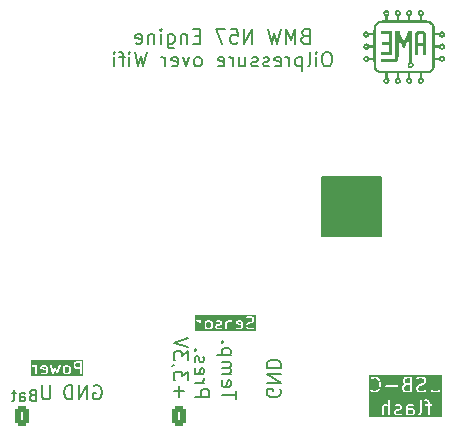
<source format=gbr>
%TF.GenerationSoftware,KiCad,Pcbnew,9.0.6*%
%TF.CreationDate,2025-11-20T15:59:52+01:00*%
%TF.ProjectId,N57__ldruckanzeige,4e35375f-d66c-4647-9275-636b616e7a65,rev?*%
%TF.SameCoordinates,Original*%
%TF.FileFunction,Legend,Bot*%
%TF.FilePolarity,Positive*%
%FSLAX46Y46*%
G04 Gerber Fmt 4.6, Leading zero omitted, Abs format (unit mm)*
G04 Created by KiCad (PCBNEW 9.0.6) date 2025-11-20 15:59:52*
%MOMM*%
%LPD*%
G01*
G04 APERTURE LIST*
G04 Aperture macros list*
%AMRoundRect*
0 Rectangle with rounded corners*
0 $1 Rounding radius*
0 $2 $3 $4 $5 $6 $7 $8 $9 X,Y pos of 4 corners*
0 Add a 4 corners polygon primitive as box body*
4,1,4,$2,$3,$4,$5,$6,$7,$8,$9,$2,$3,0*
0 Add four circle primitives for the rounded corners*
1,1,$1+$1,$2,$3*
1,1,$1+$1,$4,$5*
1,1,$1+$1,$6,$7*
1,1,$1+$1,$8,$9*
0 Add four rect primitives between the rounded corners*
20,1,$1+$1,$2,$3,$4,$5,0*
20,1,$1+$1,$4,$5,$6,$7,0*
20,1,$1+$1,$6,$7,$8,$9,0*
20,1,$1+$1,$8,$9,$2,$3,0*%
G04 Aperture macros list end*
%ADD10C,0.153000*%
%ADD11C,0.150000*%
%ADD12C,0.000000*%
%ADD13C,5.700000*%
%ADD14RoundRect,0.250000X-0.350000X-0.625000X0.350000X-0.625000X0.350000X0.625000X-0.350000X0.625000X0*%
%ADD15O,1.200000X1.750000*%
%ADD16C,0.650000*%
%ADD17O,1.000000X2.100000*%
%ADD18O,1.000000X1.800000*%
G04 APERTURE END LIST*
D10*
X165140000Y-104220000D02*
X170140000Y-104220000D01*
X170140000Y-109220000D01*
X165140000Y-109220000D01*
X165140000Y-104220000D01*
G36*
X165140000Y-104220000D02*
G01*
X170140000Y-104220000D01*
X170140000Y-109220000D01*
X165140000Y-109220000D01*
X165140000Y-104220000D01*
G37*
X142107628Y-121835186D02*
X142107628Y-122806615D01*
X142107628Y-122806615D02*
X142050485Y-122920901D01*
X142050485Y-122920901D02*
X141993343Y-122978044D01*
X141993343Y-122978044D02*
X141879057Y-123035186D01*
X141879057Y-123035186D02*
X141650485Y-123035186D01*
X141650485Y-123035186D02*
X141536200Y-122978044D01*
X141536200Y-122978044D02*
X141479057Y-122920901D01*
X141479057Y-122920901D02*
X141421914Y-122806615D01*
X141421914Y-122806615D02*
X141421914Y-121835186D01*
X140587628Y-122664901D02*
X140450485Y-122710615D01*
X140450485Y-122710615D02*
X140404771Y-122756329D01*
X140404771Y-122756329D02*
X140359057Y-122847758D01*
X140359057Y-122847758D02*
X140359057Y-122984901D01*
X140359057Y-122984901D02*
X140404771Y-123076329D01*
X140404771Y-123076329D02*
X140450485Y-123122044D01*
X140450485Y-123122044D02*
X140541914Y-123167758D01*
X140541914Y-123167758D02*
X140907628Y-123167758D01*
X140907628Y-123167758D02*
X140907628Y-122207758D01*
X140907628Y-122207758D02*
X140587628Y-122207758D01*
X140587628Y-122207758D02*
X140496200Y-122253472D01*
X140496200Y-122253472D02*
X140450485Y-122299186D01*
X140450485Y-122299186D02*
X140404771Y-122390615D01*
X140404771Y-122390615D02*
X140404771Y-122482044D01*
X140404771Y-122482044D02*
X140450485Y-122573472D01*
X140450485Y-122573472D02*
X140496200Y-122619186D01*
X140496200Y-122619186D02*
X140587628Y-122664901D01*
X140587628Y-122664901D02*
X140907628Y-122664901D01*
X139536200Y-123167758D02*
X139536200Y-122664901D01*
X139536200Y-122664901D02*
X139581914Y-122573472D01*
X139581914Y-122573472D02*
X139673342Y-122527758D01*
X139673342Y-122527758D02*
X139856200Y-122527758D01*
X139856200Y-122527758D02*
X139947628Y-122573472D01*
X139536200Y-123122044D02*
X139627628Y-123167758D01*
X139627628Y-123167758D02*
X139856200Y-123167758D01*
X139856200Y-123167758D02*
X139947628Y-123122044D01*
X139947628Y-123122044D02*
X139993342Y-123030615D01*
X139993342Y-123030615D02*
X139993342Y-122939186D01*
X139993342Y-122939186D02*
X139947628Y-122847758D01*
X139947628Y-122847758D02*
X139856200Y-122802044D01*
X139856200Y-122802044D02*
X139627628Y-122802044D01*
X139627628Y-122802044D02*
X139536200Y-122756329D01*
X139216200Y-122527758D02*
X138850486Y-122527758D01*
X139079057Y-122207758D02*
X139079057Y-123030615D01*
X139079057Y-123030615D02*
X139033343Y-123122044D01*
X139033343Y-123122044D02*
X138941914Y-123167758D01*
X138941914Y-123167758D02*
X138850486Y-123167758D01*
X145797057Y-121892329D02*
X145911343Y-121835186D01*
X145911343Y-121835186D02*
X146082771Y-121835186D01*
X146082771Y-121835186D02*
X146254200Y-121892329D01*
X146254200Y-121892329D02*
X146368485Y-122006615D01*
X146368485Y-122006615D02*
X146425628Y-122120901D01*
X146425628Y-122120901D02*
X146482771Y-122349472D01*
X146482771Y-122349472D02*
X146482771Y-122520901D01*
X146482771Y-122520901D02*
X146425628Y-122749472D01*
X146425628Y-122749472D02*
X146368485Y-122863758D01*
X146368485Y-122863758D02*
X146254200Y-122978044D01*
X146254200Y-122978044D02*
X146082771Y-123035186D01*
X146082771Y-123035186D02*
X145968485Y-123035186D01*
X145968485Y-123035186D02*
X145797057Y-122978044D01*
X145797057Y-122978044D02*
X145739914Y-122920901D01*
X145739914Y-122920901D02*
X145739914Y-122520901D01*
X145739914Y-122520901D02*
X145968485Y-122520901D01*
X145225628Y-123035186D02*
X145225628Y-121835186D01*
X145225628Y-121835186D02*
X144539914Y-123035186D01*
X144539914Y-123035186D02*
X144539914Y-121835186D01*
X143968485Y-123035186D02*
X143968485Y-121835186D01*
X143968485Y-121835186D02*
X143682771Y-121835186D01*
X143682771Y-121835186D02*
X143511342Y-121892329D01*
X143511342Y-121892329D02*
X143397057Y-122006615D01*
X143397057Y-122006615D02*
X143339914Y-122120901D01*
X143339914Y-122120901D02*
X143282771Y-122349472D01*
X143282771Y-122349472D02*
X143282771Y-122520901D01*
X143282771Y-122520901D02*
X143339914Y-122749472D01*
X143339914Y-122749472D02*
X143397057Y-122863758D01*
X143397057Y-122863758D02*
X143511342Y-122978044D01*
X143511342Y-122978044D02*
X143682771Y-123035186D01*
X143682771Y-123035186D02*
X143968485Y-123035186D01*
X157818813Y-122975057D02*
X157818813Y-122289343D01*
X156618813Y-122632200D02*
X157818813Y-122632200D01*
X156675956Y-121432199D02*
X156618813Y-121546485D01*
X156618813Y-121546485D02*
X156618813Y-121775057D01*
X156618813Y-121775057D02*
X156675956Y-121889342D01*
X156675956Y-121889342D02*
X156790241Y-121946485D01*
X156790241Y-121946485D02*
X157247384Y-121946485D01*
X157247384Y-121946485D02*
X157361670Y-121889342D01*
X157361670Y-121889342D02*
X157418813Y-121775057D01*
X157418813Y-121775057D02*
X157418813Y-121546485D01*
X157418813Y-121546485D02*
X157361670Y-121432199D01*
X157361670Y-121432199D02*
X157247384Y-121375057D01*
X157247384Y-121375057D02*
X157133098Y-121375057D01*
X157133098Y-121375057D02*
X157018813Y-121946485D01*
X156618813Y-120860771D02*
X157418813Y-120860771D01*
X157304527Y-120860771D02*
X157361670Y-120803628D01*
X157361670Y-120803628D02*
X157418813Y-120689343D01*
X157418813Y-120689343D02*
X157418813Y-120517914D01*
X157418813Y-120517914D02*
X157361670Y-120403628D01*
X157361670Y-120403628D02*
X157247384Y-120346486D01*
X157247384Y-120346486D02*
X156618813Y-120346486D01*
X157247384Y-120346486D02*
X157361670Y-120289343D01*
X157361670Y-120289343D02*
X157418813Y-120175057D01*
X157418813Y-120175057D02*
X157418813Y-120003628D01*
X157418813Y-120003628D02*
X157361670Y-119889343D01*
X157361670Y-119889343D02*
X157247384Y-119832200D01*
X157247384Y-119832200D02*
X156618813Y-119832200D01*
X157418813Y-119260771D02*
X156218813Y-119260771D01*
X157361670Y-119260771D02*
X157418813Y-119146486D01*
X157418813Y-119146486D02*
X157418813Y-118917914D01*
X157418813Y-118917914D02*
X157361670Y-118803628D01*
X157361670Y-118803628D02*
X157304527Y-118746486D01*
X157304527Y-118746486D02*
X157190241Y-118689343D01*
X157190241Y-118689343D02*
X156847384Y-118689343D01*
X156847384Y-118689343D02*
X156733098Y-118746486D01*
X156733098Y-118746486D02*
X156675956Y-118803628D01*
X156675956Y-118803628D02*
X156618813Y-118917914D01*
X156618813Y-118917914D02*
X156618813Y-119146486D01*
X156618813Y-119146486D02*
X156675956Y-119260771D01*
X156733098Y-118175057D02*
X156675956Y-118117914D01*
X156675956Y-118117914D02*
X156618813Y-118175057D01*
X156618813Y-118175057D02*
X156675956Y-118232200D01*
X156675956Y-118232200D02*
X156733098Y-118175057D01*
X156733098Y-118175057D02*
X156618813Y-118175057D01*
X163660856Y-92280682D02*
X163489428Y-92337825D01*
X163489428Y-92337825D02*
X163432285Y-92394968D01*
X163432285Y-92394968D02*
X163375142Y-92509253D01*
X163375142Y-92509253D02*
X163375142Y-92680682D01*
X163375142Y-92680682D02*
X163432285Y-92794968D01*
X163432285Y-92794968D02*
X163489428Y-92852111D01*
X163489428Y-92852111D02*
X163603713Y-92909253D01*
X163603713Y-92909253D02*
X164060856Y-92909253D01*
X164060856Y-92909253D02*
X164060856Y-91709253D01*
X164060856Y-91709253D02*
X163660856Y-91709253D01*
X163660856Y-91709253D02*
X163546571Y-91766396D01*
X163546571Y-91766396D02*
X163489428Y-91823539D01*
X163489428Y-91823539D02*
X163432285Y-91937825D01*
X163432285Y-91937825D02*
X163432285Y-92052111D01*
X163432285Y-92052111D02*
X163489428Y-92166396D01*
X163489428Y-92166396D02*
X163546571Y-92223539D01*
X163546571Y-92223539D02*
X163660856Y-92280682D01*
X163660856Y-92280682D02*
X164060856Y-92280682D01*
X162860856Y-92909253D02*
X162860856Y-91709253D01*
X162860856Y-91709253D02*
X162460856Y-92566396D01*
X162460856Y-92566396D02*
X162060856Y-91709253D01*
X162060856Y-91709253D02*
X162060856Y-92909253D01*
X161603713Y-91709253D02*
X161317999Y-92909253D01*
X161317999Y-92909253D02*
X161089427Y-92052111D01*
X161089427Y-92052111D02*
X160860856Y-92909253D01*
X160860856Y-92909253D02*
X160575142Y-91709253D01*
X159203712Y-92909253D02*
X159203712Y-91709253D01*
X159203712Y-91709253D02*
X158517998Y-92909253D01*
X158517998Y-92909253D02*
X158517998Y-91709253D01*
X157375141Y-91709253D02*
X157946569Y-91709253D01*
X157946569Y-91709253D02*
X158003712Y-92280682D01*
X158003712Y-92280682D02*
X157946569Y-92223539D01*
X157946569Y-92223539D02*
X157832284Y-92166396D01*
X157832284Y-92166396D02*
X157546569Y-92166396D01*
X157546569Y-92166396D02*
X157432284Y-92223539D01*
X157432284Y-92223539D02*
X157375141Y-92280682D01*
X157375141Y-92280682D02*
X157317998Y-92394968D01*
X157317998Y-92394968D02*
X157317998Y-92680682D01*
X157317998Y-92680682D02*
X157375141Y-92794968D01*
X157375141Y-92794968D02*
X157432284Y-92852111D01*
X157432284Y-92852111D02*
X157546569Y-92909253D01*
X157546569Y-92909253D02*
X157832284Y-92909253D01*
X157832284Y-92909253D02*
X157946569Y-92852111D01*
X157946569Y-92852111D02*
X158003712Y-92794968D01*
X156917998Y-91709253D02*
X156117998Y-91709253D01*
X156117998Y-91709253D02*
X156632284Y-92909253D01*
X154746569Y-92280682D02*
X154346569Y-92280682D01*
X154175141Y-92909253D02*
X154746569Y-92909253D01*
X154746569Y-92909253D02*
X154746569Y-91709253D01*
X154746569Y-91709253D02*
X154175141Y-91709253D01*
X153660855Y-92109253D02*
X153660855Y-92909253D01*
X153660855Y-92223539D02*
X153603712Y-92166396D01*
X153603712Y-92166396D02*
X153489427Y-92109253D01*
X153489427Y-92109253D02*
X153317998Y-92109253D01*
X153317998Y-92109253D02*
X153203712Y-92166396D01*
X153203712Y-92166396D02*
X153146570Y-92280682D01*
X153146570Y-92280682D02*
X153146570Y-92909253D01*
X152060856Y-92109253D02*
X152060856Y-93080682D01*
X152060856Y-93080682D02*
X152117998Y-93194968D01*
X152117998Y-93194968D02*
X152175141Y-93252111D01*
X152175141Y-93252111D02*
X152289427Y-93309253D01*
X152289427Y-93309253D02*
X152460856Y-93309253D01*
X152460856Y-93309253D02*
X152575141Y-93252111D01*
X152060856Y-92852111D02*
X152175141Y-92909253D01*
X152175141Y-92909253D02*
X152403713Y-92909253D01*
X152403713Y-92909253D02*
X152517998Y-92852111D01*
X152517998Y-92852111D02*
X152575141Y-92794968D01*
X152575141Y-92794968D02*
X152632284Y-92680682D01*
X152632284Y-92680682D02*
X152632284Y-92337825D01*
X152632284Y-92337825D02*
X152575141Y-92223539D01*
X152575141Y-92223539D02*
X152517998Y-92166396D01*
X152517998Y-92166396D02*
X152403713Y-92109253D01*
X152403713Y-92109253D02*
X152175141Y-92109253D01*
X152175141Y-92109253D02*
X152060856Y-92166396D01*
X151489427Y-92909253D02*
X151489427Y-92109253D01*
X151489427Y-91709253D02*
X151546570Y-91766396D01*
X151546570Y-91766396D02*
X151489427Y-91823539D01*
X151489427Y-91823539D02*
X151432284Y-91766396D01*
X151432284Y-91766396D02*
X151489427Y-91709253D01*
X151489427Y-91709253D02*
X151489427Y-91823539D01*
X150917998Y-92109253D02*
X150917998Y-92909253D01*
X150917998Y-92223539D02*
X150860855Y-92166396D01*
X150860855Y-92166396D02*
X150746570Y-92109253D01*
X150746570Y-92109253D02*
X150575141Y-92109253D01*
X150575141Y-92109253D02*
X150460855Y-92166396D01*
X150460855Y-92166396D02*
X150403713Y-92280682D01*
X150403713Y-92280682D02*
X150403713Y-92909253D01*
X149375141Y-92852111D02*
X149489427Y-92909253D01*
X149489427Y-92909253D02*
X149717999Y-92909253D01*
X149717999Y-92909253D02*
X149832284Y-92852111D01*
X149832284Y-92852111D02*
X149889427Y-92737825D01*
X149889427Y-92737825D02*
X149889427Y-92280682D01*
X149889427Y-92280682D02*
X149832284Y-92166396D01*
X149832284Y-92166396D02*
X149717999Y-92109253D01*
X149717999Y-92109253D02*
X149489427Y-92109253D01*
X149489427Y-92109253D02*
X149375141Y-92166396D01*
X149375141Y-92166396D02*
X149317999Y-92280682D01*
X149317999Y-92280682D02*
X149317999Y-92394968D01*
X149317999Y-92394968D02*
X149889427Y-92509253D01*
X165660857Y-93641186D02*
X165432285Y-93641186D01*
X165432285Y-93641186D02*
X165318000Y-93698329D01*
X165318000Y-93698329D02*
X165203714Y-93812615D01*
X165203714Y-93812615D02*
X165146571Y-94041186D01*
X165146571Y-94041186D02*
X165146571Y-94441186D01*
X165146571Y-94441186D02*
X165203714Y-94669758D01*
X165203714Y-94669758D02*
X165318000Y-94784044D01*
X165318000Y-94784044D02*
X165432285Y-94841186D01*
X165432285Y-94841186D02*
X165660857Y-94841186D01*
X165660857Y-94841186D02*
X165775143Y-94784044D01*
X165775143Y-94784044D02*
X165889428Y-94669758D01*
X165889428Y-94669758D02*
X165946571Y-94441186D01*
X165946571Y-94441186D02*
X165946571Y-94041186D01*
X165946571Y-94041186D02*
X165889428Y-93812615D01*
X165889428Y-93812615D02*
X165775143Y-93698329D01*
X165775143Y-93698329D02*
X165660857Y-93641186D01*
X164632285Y-94841186D02*
X164632285Y-94041186D01*
X164632285Y-93641186D02*
X164689428Y-93698329D01*
X164689428Y-93698329D02*
X164632285Y-93755472D01*
X164632285Y-93755472D02*
X164575142Y-93698329D01*
X164575142Y-93698329D02*
X164632285Y-93641186D01*
X164632285Y-93641186D02*
X164632285Y-93755472D01*
X163889428Y-94841186D02*
X164003713Y-94784044D01*
X164003713Y-94784044D02*
X164060856Y-94669758D01*
X164060856Y-94669758D02*
X164060856Y-93641186D01*
X163432285Y-94041186D02*
X163432285Y-95241186D01*
X163432285Y-94098329D02*
X163318000Y-94041186D01*
X163318000Y-94041186D02*
X163089428Y-94041186D01*
X163089428Y-94041186D02*
X162975142Y-94098329D01*
X162975142Y-94098329D02*
X162918000Y-94155472D01*
X162918000Y-94155472D02*
X162860857Y-94269758D01*
X162860857Y-94269758D02*
X162860857Y-94612615D01*
X162860857Y-94612615D02*
X162918000Y-94726901D01*
X162918000Y-94726901D02*
X162975142Y-94784044D01*
X162975142Y-94784044D02*
X163089428Y-94841186D01*
X163089428Y-94841186D02*
X163318000Y-94841186D01*
X163318000Y-94841186D02*
X163432285Y-94784044D01*
X162346571Y-94841186D02*
X162346571Y-94041186D01*
X162346571Y-94269758D02*
X162289428Y-94155472D01*
X162289428Y-94155472D02*
X162232286Y-94098329D01*
X162232286Y-94098329D02*
X162118000Y-94041186D01*
X162118000Y-94041186D02*
X162003714Y-94041186D01*
X161146571Y-94784044D02*
X161260857Y-94841186D01*
X161260857Y-94841186D02*
X161489429Y-94841186D01*
X161489429Y-94841186D02*
X161603714Y-94784044D01*
X161603714Y-94784044D02*
X161660857Y-94669758D01*
X161660857Y-94669758D02*
X161660857Y-94212615D01*
X161660857Y-94212615D02*
X161603714Y-94098329D01*
X161603714Y-94098329D02*
X161489429Y-94041186D01*
X161489429Y-94041186D02*
X161260857Y-94041186D01*
X161260857Y-94041186D02*
X161146571Y-94098329D01*
X161146571Y-94098329D02*
X161089429Y-94212615D01*
X161089429Y-94212615D02*
X161089429Y-94326901D01*
X161089429Y-94326901D02*
X161660857Y-94441186D01*
X160632286Y-94784044D02*
X160518000Y-94841186D01*
X160518000Y-94841186D02*
X160289429Y-94841186D01*
X160289429Y-94841186D02*
X160175143Y-94784044D01*
X160175143Y-94784044D02*
X160118000Y-94669758D01*
X160118000Y-94669758D02*
X160118000Y-94612615D01*
X160118000Y-94612615D02*
X160175143Y-94498329D01*
X160175143Y-94498329D02*
X160289429Y-94441186D01*
X160289429Y-94441186D02*
X160460858Y-94441186D01*
X160460858Y-94441186D02*
X160575143Y-94384044D01*
X160575143Y-94384044D02*
X160632286Y-94269758D01*
X160632286Y-94269758D02*
X160632286Y-94212615D01*
X160632286Y-94212615D02*
X160575143Y-94098329D01*
X160575143Y-94098329D02*
X160460858Y-94041186D01*
X160460858Y-94041186D02*
X160289429Y-94041186D01*
X160289429Y-94041186D02*
X160175143Y-94098329D01*
X159660857Y-94784044D02*
X159546571Y-94841186D01*
X159546571Y-94841186D02*
X159318000Y-94841186D01*
X159318000Y-94841186D02*
X159203714Y-94784044D01*
X159203714Y-94784044D02*
X159146571Y-94669758D01*
X159146571Y-94669758D02*
X159146571Y-94612615D01*
X159146571Y-94612615D02*
X159203714Y-94498329D01*
X159203714Y-94498329D02*
X159318000Y-94441186D01*
X159318000Y-94441186D02*
X159489429Y-94441186D01*
X159489429Y-94441186D02*
X159603714Y-94384044D01*
X159603714Y-94384044D02*
X159660857Y-94269758D01*
X159660857Y-94269758D02*
X159660857Y-94212615D01*
X159660857Y-94212615D02*
X159603714Y-94098329D01*
X159603714Y-94098329D02*
X159489429Y-94041186D01*
X159489429Y-94041186D02*
X159318000Y-94041186D01*
X159318000Y-94041186D02*
X159203714Y-94098329D01*
X158118000Y-94041186D02*
X158118000Y-94841186D01*
X158632285Y-94041186D02*
X158632285Y-94669758D01*
X158632285Y-94669758D02*
X158575142Y-94784044D01*
X158575142Y-94784044D02*
X158460857Y-94841186D01*
X158460857Y-94841186D02*
X158289428Y-94841186D01*
X158289428Y-94841186D02*
X158175142Y-94784044D01*
X158175142Y-94784044D02*
X158118000Y-94726901D01*
X157546571Y-94841186D02*
X157546571Y-94041186D01*
X157546571Y-94269758D02*
X157489428Y-94155472D01*
X157489428Y-94155472D02*
X157432286Y-94098329D01*
X157432286Y-94098329D02*
X157318000Y-94041186D01*
X157318000Y-94041186D02*
X157203714Y-94041186D01*
X156346571Y-94784044D02*
X156460857Y-94841186D01*
X156460857Y-94841186D02*
X156689429Y-94841186D01*
X156689429Y-94841186D02*
X156803714Y-94784044D01*
X156803714Y-94784044D02*
X156860857Y-94669758D01*
X156860857Y-94669758D02*
X156860857Y-94212615D01*
X156860857Y-94212615D02*
X156803714Y-94098329D01*
X156803714Y-94098329D02*
X156689429Y-94041186D01*
X156689429Y-94041186D02*
X156460857Y-94041186D01*
X156460857Y-94041186D02*
X156346571Y-94098329D01*
X156346571Y-94098329D02*
X156289429Y-94212615D01*
X156289429Y-94212615D02*
X156289429Y-94326901D01*
X156289429Y-94326901D02*
X156860857Y-94441186D01*
X154689429Y-94841186D02*
X154803714Y-94784044D01*
X154803714Y-94784044D02*
X154860857Y-94726901D01*
X154860857Y-94726901D02*
X154918000Y-94612615D01*
X154918000Y-94612615D02*
X154918000Y-94269758D01*
X154918000Y-94269758D02*
X154860857Y-94155472D01*
X154860857Y-94155472D02*
X154803714Y-94098329D01*
X154803714Y-94098329D02*
X154689429Y-94041186D01*
X154689429Y-94041186D02*
X154518000Y-94041186D01*
X154518000Y-94041186D02*
X154403714Y-94098329D01*
X154403714Y-94098329D02*
X154346572Y-94155472D01*
X154346572Y-94155472D02*
X154289429Y-94269758D01*
X154289429Y-94269758D02*
X154289429Y-94612615D01*
X154289429Y-94612615D02*
X154346572Y-94726901D01*
X154346572Y-94726901D02*
X154403714Y-94784044D01*
X154403714Y-94784044D02*
X154518000Y-94841186D01*
X154518000Y-94841186D02*
X154689429Y-94841186D01*
X153889429Y-94041186D02*
X153603715Y-94841186D01*
X153603715Y-94841186D02*
X153318000Y-94041186D01*
X152403714Y-94784044D02*
X152518000Y-94841186D01*
X152518000Y-94841186D02*
X152746572Y-94841186D01*
X152746572Y-94841186D02*
X152860857Y-94784044D01*
X152860857Y-94784044D02*
X152918000Y-94669758D01*
X152918000Y-94669758D02*
X152918000Y-94212615D01*
X152918000Y-94212615D02*
X152860857Y-94098329D01*
X152860857Y-94098329D02*
X152746572Y-94041186D01*
X152746572Y-94041186D02*
X152518000Y-94041186D01*
X152518000Y-94041186D02*
X152403714Y-94098329D01*
X152403714Y-94098329D02*
X152346572Y-94212615D01*
X152346572Y-94212615D02*
X152346572Y-94326901D01*
X152346572Y-94326901D02*
X152918000Y-94441186D01*
X151832286Y-94841186D02*
X151832286Y-94041186D01*
X151832286Y-94269758D02*
X151775143Y-94155472D01*
X151775143Y-94155472D02*
X151718001Y-94098329D01*
X151718001Y-94098329D02*
X151603715Y-94041186D01*
X151603715Y-94041186D02*
X151489429Y-94041186D01*
X150289429Y-93641186D02*
X150003715Y-94841186D01*
X150003715Y-94841186D02*
X149775143Y-93984044D01*
X149775143Y-93984044D02*
X149546572Y-94841186D01*
X149546572Y-94841186D02*
X149260858Y-93641186D01*
X148803714Y-94841186D02*
X148803714Y-94041186D01*
X148803714Y-93641186D02*
X148860857Y-93698329D01*
X148860857Y-93698329D02*
X148803714Y-93755472D01*
X148803714Y-93755472D02*
X148746571Y-93698329D01*
X148746571Y-93698329D02*
X148803714Y-93641186D01*
X148803714Y-93641186D02*
X148803714Y-93755472D01*
X148403714Y-94041186D02*
X147946571Y-94041186D01*
X148232285Y-94841186D02*
X148232285Y-93812615D01*
X148232285Y-93812615D02*
X148175142Y-93698329D01*
X148175142Y-93698329D02*
X148060857Y-93641186D01*
X148060857Y-93641186D02*
X147946571Y-93641186D01*
X147546571Y-94841186D02*
X147546571Y-94041186D01*
X147546571Y-93641186D02*
X147603714Y-93698329D01*
X147603714Y-93698329D02*
X147546571Y-93755472D01*
X147546571Y-93755472D02*
X147489428Y-93698329D01*
X147489428Y-93698329D02*
X147546571Y-93641186D01*
X147546571Y-93641186D02*
X147546571Y-93755472D01*
X153011956Y-122803628D02*
X153011956Y-121889343D01*
X152554813Y-122346485D02*
X153469098Y-122346485D01*
X153754813Y-121432200D02*
X153754813Y-120689343D01*
X153754813Y-120689343D02*
X153297670Y-121089343D01*
X153297670Y-121089343D02*
X153297670Y-120917914D01*
X153297670Y-120917914D02*
X153240527Y-120803629D01*
X153240527Y-120803629D02*
X153183384Y-120746486D01*
X153183384Y-120746486D02*
X153069098Y-120689343D01*
X153069098Y-120689343D02*
X152783384Y-120689343D01*
X152783384Y-120689343D02*
X152669098Y-120746486D01*
X152669098Y-120746486D02*
X152611956Y-120803629D01*
X152611956Y-120803629D02*
X152554813Y-120917914D01*
X152554813Y-120917914D02*
X152554813Y-121260771D01*
X152554813Y-121260771D02*
X152611956Y-121375057D01*
X152611956Y-121375057D02*
X152669098Y-121432200D01*
X152611956Y-120117914D02*
X152554813Y-120117914D01*
X152554813Y-120117914D02*
X152440527Y-120175057D01*
X152440527Y-120175057D02*
X152383384Y-120232200D01*
X153754813Y-119717914D02*
X153754813Y-118975057D01*
X153754813Y-118975057D02*
X153297670Y-119375057D01*
X153297670Y-119375057D02*
X153297670Y-119203628D01*
X153297670Y-119203628D02*
X153240527Y-119089343D01*
X153240527Y-119089343D02*
X153183384Y-119032200D01*
X153183384Y-119032200D02*
X153069098Y-118975057D01*
X153069098Y-118975057D02*
X152783384Y-118975057D01*
X152783384Y-118975057D02*
X152669098Y-119032200D01*
X152669098Y-119032200D02*
X152611956Y-119089343D01*
X152611956Y-119089343D02*
X152554813Y-119203628D01*
X152554813Y-119203628D02*
X152554813Y-119546485D01*
X152554813Y-119546485D02*
X152611956Y-119660771D01*
X152611956Y-119660771D02*
X152669098Y-119717914D01*
X153754813Y-118632200D02*
X152554813Y-118232200D01*
X152554813Y-118232200D02*
X153754813Y-117832200D01*
X154332813Y-122803628D02*
X155532813Y-122803628D01*
X155532813Y-122803628D02*
X155532813Y-122346485D01*
X155532813Y-122346485D02*
X155475670Y-122232200D01*
X155475670Y-122232200D02*
X155418527Y-122175057D01*
X155418527Y-122175057D02*
X155304241Y-122117914D01*
X155304241Y-122117914D02*
X155132813Y-122117914D01*
X155132813Y-122117914D02*
X155018527Y-122175057D01*
X155018527Y-122175057D02*
X154961384Y-122232200D01*
X154961384Y-122232200D02*
X154904241Y-122346485D01*
X154904241Y-122346485D02*
X154904241Y-122803628D01*
X154332813Y-121603628D02*
X155132813Y-121603628D01*
X154904241Y-121603628D02*
X155018527Y-121546485D01*
X155018527Y-121546485D02*
X155075670Y-121489343D01*
X155075670Y-121489343D02*
X155132813Y-121375057D01*
X155132813Y-121375057D02*
X155132813Y-121260771D01*
X154389956Y-120403628D02*
X154332813Y-120517914D01*
X154332813Y-120517914D02*
X154332813Y-120746486D01*
X154332813Y-120746486D02*
X154389956Y-120860771D01*
X154389956Y-120860771D02*
X154504241Y-120917914D01*
X154504241Y-120917914D02*
X154961384Y-120917914D01*
X154961384Y-120917914D02*
X155075670Y-120860771D01*
X155075670Y-120860771D02*
X155132813Y-120746486D01*
X155132813Y-120746486D02*
X155132813Y-120517914D01*
X155132813Y-120517914D02*
X155075670Y-120403628D01*
X155075670Y-120403628D02*
X154961384Y-120346486D01*
X154961384Y-120346486D02*
X154847098Y-120346486D01*
X154847098Y-120346486D02*
X154732813Y-120917914D01*
X154389956Y-119889343D02*
X154332813Y-119775057D01*
X154332813Y-119775057D02*
X154332813Y-119546486D01*
X154332813Y-119546486D02*
X154389956Y-119432200D01*
X154389956Y-119432200D02*
X154504241Y-119375057D01*
X154504241Y-119375057D02*
X154561384Y-119375057D01*
X154561384Y-119375057D02*
X154675670Y-119432200D01*
X154675670Y-119432200D02*
X154732813Y-119546486D01*
X154732813Y-119546486D02*
X154732813Y-119717915D01*
X154732813Y-119717915D02*
X154789956Y-119832200D01*
X154789956Y-119832200D02*
X154904241Y-119889343D01*
X154904241Y-119889343D02*
X154961384Y-119889343D01*
X154961384Y-119889343D02*
X155075670Y-119832200D01*
X155075670Y-119832200D02*
X155132813Y-119717915D01*
X155132813Y-119717915D02*
X155132813Y-119546486D01*
X155132813Y-119546486D02*
X155075670Y-119432200D01*
X154447098Y-118860771D02*
X154389956Y-118803628D01*
X154389956Y-118803628D02*
X154332813Y-118860771D01*
X154332813Y-118860771D02*
X154389956Y-118917914D01*
X154389956Y-118917914D02*
X154447098Y-118860771D01*
X154447098Y-118860771D02*
X154332813Y-118860771D01*
G36*
X172406359Y-123916468D02*
G01*
X172420365Y-123921827D01*
X172423106Y-123922021D01*
X172425647Y-123923074D01*
X172440571Y-123924544D01*
X172708226Y-123924544D01*
X172783551Y-123962206D01*
X172821214Y-124037532D01*
X172821214Y-124115698D01*
X172783551Y-124191023D01*
X172708226Y-124228686D01*
X172458630Y-124228686D01*
X172402786Y-124200764D01*
X172402786Y-123914681D01*
X172406359Y-123916468D01*
G37*
G36*
X172592642Y-122296754D02*
G01*
X172230058Y-122296754D01*
X172143028Y-122253239D01*
X172103443Y-122213653D01*
X172059928Y-122126623D01*
X172059928Y-121991314D01*
X172103443Y-121904284D01*
X172139037Y-121868689D01*
X172281555Y-121821183D01*
X172592642Y-121821183D01*
X172592642Y-122296754D01*
G37*
G36*
X172592642Y-121668183D02*
G01*
X172287200Y-121668183D01*
X172200171Y-121624667D01*
X172160586Y-121585081D01*
X172117071Y-121498051D01*
X172117071Y-121419886D01*
X172160586Y-121332855D01*
X172200171Y-121293269D01*
X172287200Y-121249754D01*
X172592642Y-121249754D01*
X172592642Y-121668183D01*
G37*
G36*
X175278975Y-124515019D02*
G01*
X169089351Y-124515019D01*
X169089351Y-123676615D01*
X170192643Y-123676615D01*
X170192643Y-124305186D01*
X170194113Y-124320110D01*
X170205536Y-124347687D01*
X170226642Y-124368793D01*
X170254219Y-124380216D01*
X170284067Y-124380216D01*
X170311644Y-124368793D01*
X170332750Y-124347687D01*
X170344173Y-124320110D01*
X170345643Y-124305186D01*
X170345643Y-123694673D01*
X170383305Y-123619348D01*
X170458631Y-123581686D01*
X170593940Y-123581686D01*
X170680969Y-123625201D01*
X170706928Y-123651159D01*
X170706928Y-124305186D01*
X170708398Y-124320110D01*
X170719821Y-124347687D01*
X170740927Y-124368793D01*
X170768504Y-124380216D01*
X170798352Y-124380216D01*
X170825929Y-124368793D01*
X170847035Y-124347687D01*
X170858458Y-124320110D01*
X170859928Y-124305186D01*
X170859928Y-124076615D01*
X171221214Y-124076615D01*
X171221214Y-124133758D01*
X171222684Y-124148682D01*
X171223736Y-124151222D01*
X171223931Y-124153964D01*
X171229290Y-124167970D01*
X171286433Y-124282256D01*
X171288004Y-124284752D01*
X171288397Y-124285929D01*
X171289668Y-124287394D01*
X171294423Y-124294947D01*
X171301669Y-124301232D01*
X171307955Y-124308479D01*
X171315505Y-124313231D01*
X171316972Y-124314504D01*
X171318149Y-124314896D01*
X171320646Y-124316468D01*
X171434931Y-124373610D01*
X171448937Y-124378969D01*
X171451678Y-124379163D01*
X171454219Y-124380216D01*
X171469143Y-124381686D01*
X171697714Y-124381686D01*
X171712638Y-124380216D01*
X171715178Y-124379163D01*
X171717919Y-124378969D01*
X171731925Y-124373610D01*
X171846211Y-124316468D01*
X171858902Y-124308479D01*
X171878460Y-124285929D01*
X171887899Y-124257613D01*
X171885783Y-124227839D01*
X171872435Y-124201142D01*
X171849885Y-124181584D01*
X171821569Y-124172145D01*
X171791794Y-124174261D01*
X171777788Y-124179620D01*
X171679655Y-124228686D01*
X171487202Y-124228686D01*
X171411877Y-124191024D01*
X171374214Y-124115698D01*
X171374214Y-124094675D01*
X171411877Y-124019349D01*
X171487203Y-123981686D01*
X171640572Y-123981686D01*
X171655496Y-123980216D01*
X171658036Y-123979163D01*
X171660778Y-123978969D01*
X171674784Y-123973610D01*
X171789068Y-123916468D01*
X171791564Y-123914896D01*
X171792742Y-123914504D01*
X171794208Y-123913231D01*
X171801759Y-123908479D01*
X171808042Y-123901234D01*
X171815292Y-123894947D01*
X171820047Y-123887392D01*
X171821317Y-123885929D01*
X171821708Y-123884753D01*
X171823281Y-123882256D01*
X171880424Y-123767970D01*
X171885783Y-123753964D01*
X171885977Y-123751222D01*
X171887030Y-123748682D01*
X171888500Y-123733758D01*
X171888500Y-123676615D01*
X172249786Y-123676615D01*
X172249786Y-124305186D01*
X172251256Y-124320110D01*
X172262679Y-124347687D01*
X172283785Y-124368793D01*
X172311362Y-124380216D01*
X172341210Y-124380216D01*
X172368787Y-124368793D01*
X172378099Y-124359480D01*
X172406359Y-124373610D01*
X172420365Y-124378969D01*
X172423106Y-124379163D01*
X172425647Y-124380216D01*
X172440571Y-124381686D01*
X172726286Y-124381686D01*
X172741210Y-124380216D01*
X172743750Y-124379163D01*
X172746492Y-124378969D01*
X172760498Y-124373610D01*
X172874782Y-124316468D01*
X172877278Y-124314896D01*
X172878456Y-124314504D01*
X172879922Y-124313231D01*
X172887473Y-124308479D01*
X172893756Y-124301234D01*
X172900232Y-124295618D01*
X173221815Y-124295618D01*
X173223931Y-124325392D01*
X173237279Y-124352089D01*
X173259829Y-124371646D01*
X173288146Y-124381085D01*
X173317920Y-124378969D01*
X173331926Y-124373610D01*
X173446210Y-124316468D01*
X173448706Y-124314896D01*
X173449884Y-124314504D01*
X173451350Y-124313231D01*
X173458901Y-124308479D01*
X173465184Y-124301234D01*
X173472434Y-124294947D01*
X173477189Y-124287392D01*
X173478459Y-124285929D01*
X173478850Y-124284753D01*
X173480423Y-124282256D01*
X173537566Y-124167970D01*
X173542925Y-124153964D01*
X173543119Y-124151222D01*
X173544172Y-124148682D01*
X173545642Y-124133758D01*
X173545642Y-123105186D01*
X173544172Y-123090262D01*
X173794112Y-123090262D01*
X173794112Y-123120110D01*
X173805535Y-123147687D01*
X173826641Y-123168793D01*
X173854218Y-123180216D01*
X173869142Y-123181686D01*
X173965368Y-123181686D01*
X174040692Y-123219348D01*
X174078356Y-123294675D01*
X174078356Y-123428686D01*
X173869142Y-123428686D01*
X173854218Y-123430156D01*
X173826641Y-123441579D01*
X173805535Y-123462685D01*
X173794112Y-123490262D01*
X173794112Y-123520110D01*
X173805535Y-123547687D01*
X173826641Y-123568793D01*
X173854218Y-123580216D01*
X173869142Y-123581686D01*
X174078356Y-123581686D01*
X174078356Y-124305186D01*
X174079826Y-124320110D01*
X174091249Y-124347687D01*
X174112355Y-124368793D01*
X174139932Y-124380216D01*
X174169780Y-124380216D01*
X174197357Y-124368793D01*
X174218463Y-124347687D01*
X174229886Y-124320110D01*
X174231356Y-124305186D01*
X174231356Y-123581686D01*
X174326285Y-123581686D01*
X174341209Y-123580216D01*
X174368786Y-123568793D01*
X174389892Y-123547687D01*
X174401315Y-123520110D01*
X174401315Y-123490262D01*
X174389892Y-123462685D01*
X174368786Y-123441579D01*
X174341209Y-123430156D01*
X174326285Y-123428686D01*
X174231356Y-123428686D01*
X174231356Y-123276615D01*
X174229886Y-123261691D01*
X174228833Y-123259150D01*
X174228639Y-123256409D01*
X174223280Y-123242403D01*
X174166137Y-123128117D01*
X174164564Y-123125618D01*
X174164173Y-123124445D01*
X174162905Y-123122983D01*
X174158148Y-123115426D01*
X174150897Y-123109137D01*
X174144616Y-123101895D01*
X174137066Y-123097142D01*
X174135598Y-123095869D01*
X174134419Y-123095476D01*
X174131925Y-123093906D01*
X174017640Y-123036762D01*
X174003634Y-123031403D01*
X174000892Y-123031208D01*
X173998352Y-123030156D01*
X173983428Y-123028686D01*
X173869142Y-123028686D01*
X173854218Y-123030156D01*
X173826641Y-123041579D01*
X173805535Y-123062685D01*
X173794112Y-123090262D01*
X173544172Y-123090262D01*
X173532749Y-123062685D01*
X173511643Y-123041579D01*
X173484066Y-123030156D01*
X173454218Y-123030156D01*
X173426641Y-123041579D01*
X173405535Y-123062685D01*
X173394112Y-123090262D01*
X173392642Y-123105186D01*
X173392642Y-124115698D01*
X173354979Y-124191023D01*
X173263502Y-124236762D01*
X173250811Y-124244751D01*
X173231254Y-124267301D01*
X173221815Y-124295618D01*
X172900232Y-124295618D01*
X172901006Y-124294947D01*
X172905761Y-124287392D01*
X172907031Y-124285929D01*
X172907422Y-124284753D01*
X172908995Y-124282256D01*
X172966138Y-124167970D01*
X172971497Y-124153964D01*
X172971691Y-124151222D01*
X172972744Y-124148682D01*
X172974214Y-124133758D01*
X172974214Y-124019472D01*
X172972744Y-124004548D01*
X172971691Y-124002007D01*
X172971497Y-123999266D01*
X172966138Y-123985260D01*
X172908995Y-123870974D01*
X172907422Y-123868476D01*
X172907031Y-123867301D01*
X172905761Y-123865837D01*
X172901006Y-123858283D01*
X172893756Y-123851995D01*
X172887473Y-123844751D01*
X172879922Y-123839998D01*
X172878456Y-123838726D01*
X172877278Y-123838333D01*
X172874782Y-123836762D01*
X172760498Y-123779620D01*
X172746492Y-123774261D01*
X172743750Y-123774066D01*
X172741210Y-123773014D01*
X172726286Y-123771544D01*
X172458629Y-123771544D01*
X172402786Y-123743621D01*
X172402786Y-123694673D01*
X172440448Y-123619348D01*
X172515774Y-123581686D01*
X172708226Y-123581686D01*
X172806359Y-123630753D01*
X172820365Y-123636112D01*
X172850139Y-123638228D01*
X172878456Y-123628789D01*
X172901006Y-123609232D01*
X172914354Y-123582535D01*
X172916470Y-123552761D01*
X172907031Y-123524445D01*
X172887474Y-123501895D01*
X172874783Y-123493906D01*
X172760498Y-123436762D01*
X172746492Y-123431403D01*
X172743750Y-123431208D01*
X172741210Y-123430156D01*
X172726286Y-123428686D01*
X172497714Y-123428686D01*
X172482790Y-123430156D01*
X172480249Y-123431208D01*
X172477508Y-123431403D01*
X172463502Y-123436762D01*
X172349216Y-123493905D01*
X172346718Y-123495477D01*
X172345543Y-123495869D01*
X172344079Y-123497138D01*
X172336525Y-123501894D01*
X172330237Y-123509143D01*
X172322993Y-123515427D01*
X172318240Y-123522977D01*
X172316968Y-123524444D01*
X172316575Y-123525621D01*
X172315004Y-123528118D01*
X172257862Y-123642404D01*
X172252503Y-123656410D01*
X172252308Y-123659150D01*
X172251256Y-123661691D01*
X172249786Y-123676615D01*
X171888500Y-123676615D01*
X171887030Y-123661691D01*
X171885977Y-123659150D01*
X171885783Y-123656409D01*
X171880424Y-123642403D01*
X171823281Y-123528117D01*
X171821708Y-123525618D01*
X171821317Y-123524445D01*
X171820049Y-123522983D01*
X171815292Y-123515426D01*
X171808041Y-123509137D01*
X171801760Y-123501895D01*
X171794210Y-123497142D01*
X171792742Y-123495869D01*
X171791563Y-123495476D01*
X171789069Y-123493906D01*
X171674784Y-123436762D01*
X171660778Y-123431403D01*
X171658036Y-123431208D01*
X171655496Y-123430156D01*
X171640572Y-123428686D01*
X171469143Y-123428686D01*
X171454219Y-123430156D01*
X171451678Y-123431208D01*
X171448937Y-123431403D01*
X171434931Y-123436762D01*
X171320645Y-123493905D01*
X171307954Y-123501894D01*
X171288397Y-123524444D01*
X171278958Y-123552761D01*
X171281074Y-123582535D01*
X171294422Y-123609232D01*
X171316972Y-123628789D01*
X171345289Y-123638228D01*
X171375063Y-123636112D01*
X171389069Y-123630753D01*
X171487203Y-123581686D01*
X171622512Y-123581686D01*
X171697836Y-123619348D01*
X171735500Y-123694675D01*
X171735500Y-123715698D01*
X171697837Y-123791023D01*
X171622512Y-123828686D01*
X171469143Y-123828686D01*
X171454219Y-123830156D01*
X171451678Y-123831208D01*
X171448937Y-123831403D01*
X171434931Y-123836762D01*
X171320645Y-123893905D01*
X171318147Y-123895477D01*
X171316972Y-123895869D01*
X171315507Y-123897138D01*
X171307954Y-123901894D01*
X171301666Y-123909143D01*
X171294423Y-123915426D01*
X171289668Y-123922978D01*
X171288397Y-123924444D01*
X171288004Y-123925620D01*
X171286433Y-123928117D01*
X171229290Y-124042403D01*
X171223931Y-124056409D01*
X171223736Y-124059150D01*
X171222684Y-124061691D01*
X171221214Y-124076615D01*
X170859928Y-124076615D01*
X170859928Y-123105186D01*
X170858458Y-123090262D01*
X170847035Y-123062685D01*
X170825929Y-123041579D01*
X170798352Y-123030156D01*
X170768504Y-123030156D01*
X170740927Y-123041579D01*
X170719821Y-123062685D01*
X170708398Y-123090262D01*
X170706928Y-123105186D01*
X170706928Y-123467120D01*
X170646212Y-123436762D01*
X170632206Y-123431403D01*
X170629464Y-123431208D01*
X170626924Y-123430156D01*
X170612000Y-123428686D01*
X170440571Y-123428686D01*
X170425647Y-123430156D01*
X170423106Y-123431208D01*
X170420365Y-123431403D01*
X170406359Y-123436762D01*
X170292073Y-123493905D01*
X170289575Y-123495477D01*
X170288400Y-123495869D01*
X170286936Y-123497138D01*
X170279382Y-123501894D01*
X170273094Y-123509143D01*
X170265850Y-123515427D01*
X170261097Y-123522977D01*
X170259825Y-123524444D01*
X170259432Y-123525621D01*
X170257861Y-123528118D01*
X170200719Y-123642404D01*
X170195360Y-123656410D01*
X170195165Y-123659150D01*
X170194113Y-123661691D01*
X170192643Y-123676615D01*
X169089351Y-123676615D01*
X169089351Y-121272616D01*
X169222684Y-121272616D01*
X169222684Y-121302464D01*
X169234107Y-121330041D01*
X169255213Y-121351147D01*
X169282790Y-121362570D01*
X169312638Y-121362570D01*
X169340215Y-121351147D01*
X169351808Y-121341634D01*
X169396180Y-121297260D01*
X169538698Y-121249754D01*
X169628158Y-121249754D01*
X169770675Y-121297259D01*
X169863411Y-121389996D01*
X169911249Y-121485671D01*
X169964071Y-121696958D01*
X169964071Y-121849550D01*
X169911249Y-122060837D01*
X169863411Y-122156512D01*
X169770675Y-122249248D01*
X169628158Y-122296754D01*
X169538698Y-122296754D01*
X169396181Y-122249249D01*
X169351808Y-122204875D01*
X169340215Y-122195362D01*
X169312638Y-122183939D01*
X169282790Y-122183939D01*
X169255213Y-122195362D01*
X169234107Y-122216468D01*
X169222684Y-122244045D01*
X169222684Y-122273893D01*
X169234107Y-122301470D01*
X169243620Y-122313063D01*
X169300763Y-122370205D01*
X169312355Y-122379719D01*
X169314897Y-122380772D01*
X169316973Y-122382572D01*
X169330666Y-122388686D01*
X169502094Y-122445828D01*
X169509493Y-122447510D01*
X169511361Y-122448284D01*
X169514067Y-122448550D01*
X169516717Y-122449153D01*
X169518730Y-122449009D01*
X169526285Y-122449754D01*
X169640571Y-122449754D01*
X169648125Y-122449009D01*
X169650139Y-122449153D01*
X169652788Y-122448550D01*
X169655495Y-122448284D01*
X169657362Y-122447510D01*
X169664762Y-122445828D01*
X169836191Y-122388686D01*
X169849885Y-122382572D01*
X169851960Y-122380771D01*
X169854502Y-122379719D01*
X169866094Y-122370205D01*
X169980379Y-122255920D01*
X169985193Y-122250053D01*
X169986720Y-122248729D01*
X169988170Y-122246425D01*
X169989892Y-122244327D01*
X169990663Y-122242464D01*
X169994709Y-122236038D01*
X170051852Y-122121752D01*
X170052270Y-122120657D01*
X170052598Y-122120216D01*
X170054832Y-122113961D01*
X170057211Y-122107746D01*
X170057250Y-122107196D01*
X170057644Y-122106094D01*
X170108871Y-121901188D01*
X170479827Y-121901188D01*
X170479827Y-121931036D01*
X170491250Y-121958613D01*
X170512356Y-121979719D01*
X170539933Y-121991142D01*
X170554857Y-121992612D01*
X171469142Y-121992612D01*
X171484066Y-121991142D01*
X171511643Y-121979719D01*
X171518108Y-121973254D01*
X171906928Y-121973254D01*
X171906928Y-122144683D01*
X171908398Y-122159607D01*
X171909450Y-122162147D01*
X171909645Y-122164889D01*
X171915004Y-122178895D01*
X171972147Y-122293181D01*
X171976191Y-122299605D01*
X171976964Y-122301470D01*
X171978689Y-122303572D01*
X171980137Y-122305872D01*
X171981660Y-122307193D01*
X171986477Y-122313063D01*
X172043620Y-122370205D01*
X172049486Y-122375020D01*
X172050811Y-122376547D01*
X172053112Y-122377995D01*
X172055212Y-122379719D01*
X172057076Y-122380491D01*
X172063502Y-122384536D01*
X172177787Y-122441678D01*
X172191793Y-122447037D01*
X172194534Y-122447231D01*
X172197075Y-122448284D01*
X172211999Y-122449754D01*
X172669142Y-122449754D01*
X172684066Y-122448284D01*
X172711643Y-122436861D01*
X172732749Y-122415755D01*
X172744172Y-122388178D01*
X172745642Y-122373254D01*
X172745642Y-122030397D01*
X173106928Y-122030397D01*
X173106928Y-122144683D01*
X173108398Y-122159607D01*
X173109450Y-122162147D01*
X173109645Y-122164889D01*
X173115004Y-122178895D01*
X173172147Y-122293181D01*
X173176191Y-122299605D01*
X173176964Y-122301470D01*
X173178689Y-122303572D01*
X173180137Y-122305872D01*
X173181660Y-122307193D01*
X173186477Y-122313063D01*
X173243620Y-122370205D01*
X173249486Y-122375020D01*
X173250811Y-122376547D01*
X173253112Y-122377995D01*
X173255212Y-122379719D01*
X173257076Y-122380491D01*
X173263502Y-122384536D01*
X173377787Y-122441678D01*
X173391793Y-122447037D01*
X173394534Y-122447231D01*
X173397075Y-122448284D01*
X173411999Y-122449754D01*
X173697714Y-122449754D01*
X173705268Y-122449009D01*
X173707282Y-122449153D01*
X173709931Y-122448550D01*
X173712638Y-122448284D01*
X173714505Y-122447510D01*
X173721905Y-122445828D01*
X173893333Y-122388686D01*
X173907027Y-122382572D01*
X173929576Y-122363015D01*
X173942925Y-122336318D01*
X173945041Y-122306544D01*
X173935603Y-122278227D01*
X173916045Y-122255678D01*
X173889348Y-122242329D01*
X173859574Y-122240213D01*
X173844951Y-122243538D01*
X173685301Y-122296754D01*
X173430058Y-122296754D01*
X173343028Y-122253239D01*
X173303443Y-122213653D01*
X173259928Y-122126623D01*
X173259928Y-122048457D01*
X173303443Y-121961427D01*
X173343028Y-121921841D01*
X173438697Y-121874005D01*
X173659125Y-121818899D01*
X173660227Y-121818505D01*
X173660777Y-121818466D01*
X173666992Y-121816087D01*
X173673247Y-121813853D01*
X173673688Y-121813525D01*
X173674783Y-121813107D01*
X173789068Y-121755963D01*
X173795489Y-121751920D01*
X173797357Y-121751147D01*
X173799460Y-121749420D01*
X173801759Y-121747974D01*
X173803080Y-121746450D01*
X173808950Y-121741634D01*
X173866092Y-121684491D01*
X173870909Y-121678621D01*
X173872433Y-121677300D01*
X173873879Y-121675003D01*
X173875606Y-121672899D01*
X173876379Y-121671031D01*
X173880423Y-121664609D01*
X173937566Y-121550324D01*
X173942925Y-121536318D01*
X173943119Y-121533576D01*
X173944172Y-121531036D01*
X173945642Y-121516112D01*
X173945642Y-121401826D01*
X173944172Y-121386902D01*
X173943119Y-121384361D01*
X173942925Y-121381620D01*
X173937566Y-121367614D01*
X173880423Y-121253328D01*
X173876378Y-121246902D01*
X173875606Y-121245038D01*
X173873882Y-121242938D01*
X173872434Y-121240637D01*
X173870907Y-121239312D01*
X173866092Y-121233446D01*
X173808950Y-121176303D01*
X173805234Y-121173254D01*
X174306928Y-121173254D01*
X174306928Y-122144683D01*
X174308398Y-122159607D01*
X174309450Y-122162147D01*
X174309645Y-122164889D01*
X174315004Y-122178895D01*
X174372147Y-122293181D01*
X174376191Y-122299605D01*
X174376964Y-122301470D01*
X174378689Y-122303572D01*
X174380137Y-122305872D01*
X174381660Y-122307193D01*
X174386477Y-122313063D01*
X174443620Y-122370205D01*
X174449486Y-122375020D01*
X174450811Y-122376547D01*
X174453112Y-122377995D01*
X174455212Y-122379719D01*
X174457076Y-122380491D01*
X174463502Y-122384536D01*
X174577787Y-122441678D01*
X174591793Y-122447037D01*
X174594534Y-122447231D01*
X174597075Y-122448284D01*
X174611999Y-122449754D01*
X174840571Y-122449754D01*
X174855495Y-122448284D01*
X174858035Y-122447231D01*
X174860776Y-122447037D01*
X174874782Y-122441678D01*
X174989068Y-122384536D01*
X174995490Y-122380492D01*
X174997359Y-122379719D01*
X174999462Y-122377992D01*
X175001759Y-122376547D01*
X175003081Y-122375022D01*
X175008951Y-122370205D01*
X175066093Y-122313062D01*
X175070907Y-122307195D01*
X175072434Y-122305872D01*
X175073882Y-122303571D01*
X175075607Y-122301470D01*
X175076380Y-122299603D01*
X175080423Y-122293181D01*
X175137566Y-122178895D01*
X175142925Y-122164889D01*
X175143119Y-122162147D01*
X175144172Y-122159607D01*
X175145642Y-122144683D01*
X175145642Y-121173254D01*
X175144172Y-121158330D01*
X175132749Y-121130753D01*
X175111643Y-121109647D01*
X175084066Y-121098224D01*
X175054218Y-121098224D01*
X175026641Y-121109647D01*
X175005535Y-121130753D01*
X174994112Y-121158330D01*
X174992642Y-121173254D01*
X174992642Y-122126623D01*
X174949125Y-122213655D01*
X174909542Y-122253239D01*
X174822512Y-122296754D01*
X174630058Y-122296754D01*
X174543028Y-122253239D01*
X174503443Y-122213653D01*
X174459928Y-122126623D01*
X174459928Y-121173254D01*
X174458458Y-121158330D01*
X174447035Y-121130753D01*
X174425929Y-121109647D01*
X174398352Y-121098224D01*
X174368504Y-121098224D01*
X174340927Y-121109647D01*
X174319821Y-121130753D01*
X174308398Y-121158330D01*
X174306928Y-121173254D01*
X173805234Y-121173254D01*
X173803080Y-121171486D01*
X173801759Y-121169963D01*
X173799460Y-121168516D01*
X173797357Y-121166790D01*
X173795489Y-121166016D01*
X173789068Y-121161974D01*
X173674783Y-121104830D01*
X173660777Y-121099471D01*
X173658035Y-121099276D01*
X173655495Y-121098224D01*
X173640571Y-121096754D01*
X173354856Y-121096754D01*
X173347301Y-121097498D01*
X173345287Y-121097355D01*
X173342637Y-121097957D01*
X173339932Y-121098224D01*
X173338066Y-121098996D01*
X173330664Y-121100680D01*
X173159236Y-121157823D01*
X173145543Y-121163937D01*
X173122994Y-121183494D01*
X173109645Y-121210191D01*
X173107529Y-121239966D01*
X173116968Y-121268282D01*
X173136525Y-121290831D01*
X173163222Y-121304180D01*
X173192997Y-121306296D01*
X173207620Y-121302971D01*
X173367269Y-121249754D01*
X173622511Y-121249754D01*
X173709540Y-121293269D01*
X173749126Y-121332854D01*
X173792642Y-121419886D01*
X173792642Y-121498053D01*
X173749126Y-121585082D01*
X173709540Y-121624667D01*
X173613868Y-121672504D01*
X173393445Y-121727610D01*
X173392342Y-121728003D01*
X173391793Y-121728043D01*
X173385577Y-121730421D01*
X173379323Y-121732656D01*
X173378881Y-121732983D01*
X173377787Y-121733402D01*
X173263502Y-121790545D01*
X173257079Y-121794588D01*
X173255212Y-121795362D01*
X173253107Y-121797088D01*
X173250811Y-121798535D01*
X173249489Y-121800058D01*
X173243620Y-121804876D01*
X173186477Y-121862018D01*
X173181660Y-121867887D01*
X173180137Y-121869209D01*
X173178690Y-121871507D01*
X173176964Y-121873611D01*
X173176190Y-121875478D01*
X173172148Y-121881900D01*
X173115004Y-121996185D01*
X173109645Y-122010191D01*
X173109450Y-122012932D01*
X173108398Y-122015473D01*
X173106928Y-122030397D01*
X172745642Y-122030397D01*
X172745642Y-121173254D01*
X172744172Y-121158330D01*
X172732749Y-121130753D01*
X172711643Y-121109647D01*
X172684066Y-121098224D01*
X172669142Y-121096754D01*
X172269142Y-121096754D01*
X172254218Y-121098224D01*
X172251677Y-121099276D01*
X172248936Y-121099471D01*
X172234930Y-121104830D01*
X172120645Y-121161973D01*
X172114222Y-121166016D01*
X172112355Y-121166790D01*
X172110250Y-121168516D01*
X172107954Y-121169963D01*
X172106632Y-121171486D01*
X172100763Y-121176304D01*
X172043620Y-121233446D01*
X172038803Y-121239315D01*
X172037280Y-121240637D01*
X172035832Y-121242936D01*
X172034107Y-121245039D01*
X172033334Y-121246903D01*
X172029290Y-121253328D01*
X171972147Y-121367614D01*
X171966788Y-121381620D01*
X171966593Y-121384361D01*
X171965541Y-121386902D01*
X171964071Y-121401826D01*
X171964071Y-121516112D01*
X171965541Y-121531036D01*
X171966593Y-121533576D01*
X171966788Y-121536318D01*
X171972147Y-121550324D01*
X172029291Y-121664609D01*
X172033333Y-121671030D01*
X172034107Y-121672898D01*
X172035833Y-121675001D01*
X172037280Y-121677300D01*
X172038803Y-121678621D01*
X172043620Y-121684491D01*
X172084666Y-121725537D01*
X172073522Y-121729252D01*
X172059829Y-121735366D01*
X172057752Y-121737166D01*
X172055212Y-121738219D01*
X172043620Y-121747733D01*
X171986477Y-121804875D01*
X171981660Y-121810744D01*
X171980137Y-121812066D01*
X171978690Y-121814364D01*
X171976964Y-121816468D01*
X171976190Y-121818335D01*
X171972148Y-121824757D01*
X171915004Y-121939042D01*
X171909645Y-121953048D01*
X171909450Y-121955789D01*
X171908398Y-121958330D01*
X171906928Y-121973254D01*
X171518108Y-121973254D01*
X171532749Y-121958613D01*
X171544172Y-121931036D01*
X171544172Y-121901188D01*
X171532749Y-121873611D01*
X171511643Y-121852505D01*
X171484066Y-121841082D01*
X171469142Y-121839612D01*
X170554857Y-121839612D01*
X170539933Y-121841082D01*
X170512356Y-121852505D01*
X170491250Y-121873611D01*
X170479827Y-121901188D01*
X170108871Y-121901188D01*
X170114787Y-121877523D01*
X170115169Y-121874934D01*
X170115601Y-121873893D01*
X170116154Y-121868269D01*
X170116980Y-121862688D01*
X170116814Y-121861574D01*
X170117071Y-121858969D01*
X170117071Y-121687540D01*
X170116814Y-121684934D01*
X170116980Y-121683821D01*
X170116154Y-121678239D01*
X170115601Y-121672616D01*
X170115169Y-121671574D01*
X170114787Y-121668986D01*
X170057644Y-121440415D01*
X170057250Y-121439312D01*
X170057211Y-121438763D01*
X170054832Y-121432547D01*
X170052598Y-121426293D01*
X170052270Y-121425851D01*
X170051852Y-121424757D01*
X169994709Y-121310471D01*
X169990663Y-121304044D01*
X169989892Y-121302182D01*
X169988170Y-121300083D01*
X169986720Y-121297780D01*
X169985193Y-121296455D01*
X169980379Y-121290589D01*
X169866094Y-121176304D01*
X169854502Y-121166790D01*
X169851960Y-121165737D01*
X169849885Y-121163937D01*
X169836191Y-121157823D01*
X169664762Y-121100680D01*
X169657362Y-121098997D01*
X169655495Y-121098224D01*
X169652788Y-121097957D01*
X169650139Y-121097355D01*
X169648125Y-121097498D01*
X169640571Y-121096754D01*
X169526285Y-121096754D01*
X169518730Y-121097498D01*
X169516716Y-121097355D01*
X169514066Y-121097957D01*
X169511361Y-121098224D01*
X169509495Y-121098996D01*
X169502093Y-121100680D01*
X169330665Y-121157823D01*
X169316972Y-121163937D01*
X169314895Y-121165737D01*
X169312355Y-121166790D01*
X169300763Y-121176304D01*
X169243620Y-121233446D01*
X169234107Y-121245039D01*
X169222684Y-121272616D01*
X169089351Y-121272616D01*
X169089351Y-120963421D01*
X175278975Y-120963421D01*
X175278975Y-124515019D01*
G37*
X161571670Y-122175057D02*
X161628813Y-122289343D01*
X161628813Y-122289343D02*
X161628813Y-122460771D01*
X161628813Y-122460771D02*
X161571670Y-122632200D01*
X161571670Y-122632200D02*
X161457384Y-122746485D01*
X161457384Y-122746485D02*
X161343098Y-122803628D01*
X161343098Y-122803628D02*
X161114527Y-122860771D01*
X161114527Y-122860771D02*
X160943098Y-122860771D01*
X160943098Y-122860771D02*
X160714527Y-122803628D01*
X160714527Y-122803628D02*
X160600241Y-122746485D01*
X160600241Y-122746485D02*
X160485956Y-122632200D01*
X160485956Y-122632200D02*
X160428813Y-122460771D01*
X160428813Y-122460771D02*
X160428813Y-122346485D01*
X160428813Y-122346485D02*
X160485956Y-122175057D01*
X160485956Y-122175057D02*
X160543098Y-122117914D01*
X160543098Y-122117914D02*
X160943098Y-122117914D01*
X160943098Y-122117914D02*
X160943098Y-122346485D01*
X160428813Y-121603628D02*
X161628813Y-121603628D01*
X161628813Y-121603628D02*
X160428813Y-120917914D01*
X160428813Y-120917914D02*
X161628813Y-120917914D01*
X160428813Y-120346485D02*
X161628813Y-120346485D01*
X161628813Y-120346485D02*
X161628813Y-120060771D01*
X161628813Y-120060771D02*
X161571670Y-119889342D01*
X161571670Y-119889342D02*
X161457384Y-119775057D01*
X161457384Y-119775057D02*
X161343098Y-119717914D01*
X161343098Y-119717914D02*
X161114527Y-119660771D01*
X161114527Y-119660771D02*
X160943098Y-119660771D01*
X160943098Y-119660771D02*
X160714527Y-119717914D01*
X160714527Y-119717914D02*
X160600241Y-119775057D01*
X160600241Y-119775057D02*
X160485956Y-119889342D01*
X160485956Y-119889342D02*
X160428813Y-120060771D01*
X160428813Y-120060771D02*
X160428813Y-120346485D01*
D11*
G36*
X141715907Y-120287672D02*
G01*
X141744428Y-120344714D01*
X141744428Y-120425999D01*
X141418238Y-120360761D01*
X141418238Y-120344714D01*
X141446758Y-120287672D01*
X141503800Y-120259152D01*
X141658866Y-120259152D01*
X141715907Y-120287672D01*
G37*
G36*
X143632144Y-120293410D02*
G01*
X143662551Y-120323817D01*
X143696809Y-120392333D01*
X143696809Y-120642637D01*
X143662550Y-120711153D01*
X143632143Y-120741561D01*
X143563628Y-120775819D01*
X143456181Y-120775819D01*
X143387665Y-120741561D01*
X143357258Y-120711153D01*
X143323000Y-120642637D01*
X143323000Y-120392333D01*
X143357258Y-120323817D01*
X143387665Y-120293410D01*
X143456181Y-120259152D01*
X143563628Y-120259152D01*
X143632144Y-120293410D01*
G37*
G36*
X144649190Y-120299628D02*
G01*
X144360943Y-120299628D01*
X144292427Y-120265370D01*
X144262020Y-120234963D01*
X144227762Y-120166447D01*
X144227762Y-120059000D01*
X144262020Y-119990484D01*
X144292427Y-119960077D01*
X144360943Y-119925819D01*
X144649190Y-119925819D01*
X144649190Y-120299628D01*
G37*
G36*
X144910301Y-121036930D02*
G01*
X140444282Y-121036930D01*
X140444282Y-120169520D01*
X140555393Y-120169520D01*
X140555393Y-120198784D01*
X140566592Y-120225820D01*
X140587284Y-120246512D01*
X140614320Y-120257711D01*
X140628952Y-120259152D01*
X140706485Y-120259152D01*
X140775001Y-120293410D01*
X140805408Y-120323817D01*
X140839666Y-120392333D01*
X140839666Y-120850819D01*
X140841107Y-120865451D01*
X140852306Y-120892487D01*
X140872998Y-120913179D01*
X140900034Y-120924378D01*
X140929298Y-120924378D01*
X140956334Y-120913179D01*
X140977026Y-120892487D01*
X140988225Y-120865451D01*
X140989666Y-120850819D01*
X140989666Y-120327009D01*
X141268238Y-120327009D01*
X141268238Y-120422247D01*
X141269679Y-120436879D01*
X141272490Y-120443667D01*
X141273917Y-120450876D01*
X141278036Y-120457055D01*
X141280878Y-120463915D01*
X141286073Y-120469110D01*
X141290149Y-120475224D01*
X141296319Y-120479356D01*
X141301570Y-120484607D01*
X141308358Y-120487418D01*
X141314464Y-120491508D01*
X141328529Y-120495791D01*
X141744428Y-120578969D01*
X141744428Y-120690256D01*
X141715907Y-120747298D01*
X141658866Y-120775819D01*
X141503800Y-120775819D01*
X141424398Y-120736118D01*
X141410666Y-120730863D01*
X141381476Y-120728789D01*
X141353715Y-120738043D01*
X141331607Y-120757216D01*
X141318520Y-120783391D01*
X141316446Y-120812581D01*
X141325700Y-120840342D01*
X141344873Y-120862450D01*
X141357316Y-120870282D01*
X141452554Y-120917901D01*
X141466285Y-120923156D01*
X141468974Y-120923347D01*
X141471463Y-120924378D01*
X141486095Y-120925819D01*
X141676571Y-120925819D01*
X141691203Y-120924378D01*
X141693692Y-120923346D01*
X141696380Y-120923156D01*
X141710112Y-120917901D01*
X141805350Y-120870282D01*
X141807797Y-120868741D01*
X141808951Y-120868357D01*
X141810387Y-120867111D01*
X141817793Y-120862450D01*
X141823954Y-120855345D01*
X141831059Y-120849184D01*
X141835720Y-120841778D01*
X141836966Y-120840342D01*
X141837350Y-120839188D01*
X141838891Y-120836741D01*
X141886510Y-120741502D01*
X141891765Y-120727770D01*
X141891955Y-120725082D01*
X141892987Y-120722593D01*
X141894428Y-120707961D01*
X141894428Y-120327009D01*
X141892987Y-120312377D01*
X141891956Y-120309888D01*
X141891765Y-120307199D01*
X141886510Y-120293468D01*
X141838891Y-120198230D01*
X141837350Y-120195782D01*
X141836966Y-120194629D01*
X141835720Y-120193192D01*
X141833894Y-120190291D01*
X142078014Y-120190291D01*
X142080648Y-120204756D01*
X142271124Y-120871423D01*
X142276529Y-120885096D01*
X142279504Y-120888843D01*
X142281390Y-120893244D01*
X142288527Y-120900209D01*
X142294724Y-120908015D01*
X142298905Y-120910338D01*
X142302333Y-120913683D01*
X142311592Y-120917386D01*
X142320305Y-120922227D01*
X142325059Y-120922773D01*
X142329504Y-120924551D01*
X142339474Y-120924429D01*
X142349377Y-120925567D01*
X142353978Y-120924252D01*
X142358766Y-120924194D01*
X142367931Y-120920265D01*
X142377515Y-120917528D01*
X142381262Y-120914552D01*
X142385663Y-120912667D01*
X142392628Y-120905529D01*
X142400434Y-120899333D01*
X142402757Y-120895151D01*
X142406102Y-120891724D01*
X142412874Y-120878673D01*
X142533714Y-120576572D01*
X142654554Y-120878673D01*
X142661326Y-120891723D01*
X142664669Y-120895148D01*
X142666994Y-120899333D01*
X142674803Y-120905532D01*
X142681765Y-120912666D01*
X142686163Y-120914551D01*
X142689913Y-120917528D01*
X142699498Y-120920266D01*
X142708662Y-120924194D01*
X142713449Y-120924252D01*
X142718051Y-120925567D01*
X142727953Y-120924429D01*
X142737924Y-120924551D01*
X142742367Y-120922773D01*
X142747123Y-120922227D01*
X142755841Y-120917383D01*
X142765094Y-120913682D01*
X142768518Y-120910340D01*
X142772704Y-120908015D01*
X142778902Y-120900206D01*
X142786038Y-120893244D01*
X142787923Y-120888843D01*
X142790899Y-120885096D01*
X142796304Y-120871423D01*
X142938245Y-120374628D01*
X143173000Y-120374628D01*
X143173000Y-120660342D01*
X143174441Y-120674974D01*
X143175472Y-120677463D01*
X143175663Y-120680151D01*
X143180918Y-120693883D01*
X143228537Y-120789121D01*
X143232500Y-120795417D01*
X143233258Y-120797247D01*
X143234947Y-120799305D01*
X143236369Y-120801564D01*
X143237867Y-120802863D01*
X143242585Y-120808612D01*
X143290204Y-120856232D01*
X143295953Y-120860950D01*
X143297254Y-120862450D01*
X143299513Y-120863872D01*
X143301570Y-120865560D01*
X143303397Y-120866317D01*
X143309697Y-120870282D01*
X143404935Y-120917901D01*
X143418666Y-120923156D01*
X143421355Y-120923347D01*
X143423844Y-120924378D01*
X143438476Y-120925819D01*
X143581333Y-120925819D01*
X143595965Y-120924378D01*
X143598454Y-120923346D01*
X143601142Y-120923156D01*
X143614874Y-120917901D01*
X143710112Y-120870282D01*
X143716411Y-120866317D01*
X143718239Y-120865560D01*
X143720295Y-120863872D01*
X143722555Y-120862450D01*
X143723855Y-120860950D01*
X143729605Y-120856232D01*
X143777223Y-120808613D01*
X143781941Y-120802863D01*
X143783440Y-120801564D01*
X143784861Y-120799305D01*
X143786551Y-120797247D01*
X143787308Y-120795417D01*
X143791272Y-120789121D01*
X143838891Y-120693883D01*
X143844146Y-120680152D01*
X143844337Y-120677462D01*
X143845368Y-120674974D01*
X143846809Y-120660342D01*
X143846809Y-120374628D01*
X143845368Y-120359996D01*
X143844337Y-120357507D01*
X143844146Y-120354818D01*
X143838891Y-120341087D01*
X143791272Y-120245849D01*
X143787307Y-120239549D01*
X143786550Y-120237722D01*
X143784861Y-120235665D01*
X143783440Y-120233406D01*
X143781941Y-120232106D01*
X143777223Y-120226357D01*
X143729604Y-120178738D01*
X143723854Y-120174019D01*
X143722555Y-120172521D01*
X143720295Y-120171099D01*
X143718239Y-120169411D01*
X143716411Y-120168653D01*
X143710112Y-120164689D01*
X143614874Y-120117070D01*
X143601142Y-120111815D01*
X143598454Y-120111624D01*
X143595965Y-120110593D01*
X143581333Y-120109152D01*
X143438476Y-120109152D01*
X143423844Y-120110593D01*
X143421355Y-120111623D01*
X143418666Y-120111815D01*
X143404935Y-120117070D01*
X143309697Y-120164689D01*
X143303397Y-120168653D01*
X143301570Y-120169411D01*
X143299513Y-120171099D01*
X143297254Y-120172521D01*
X143295954Y-120174019D01*
X143290205Y-120178738D01*
X143242586Y-120226357D01*
X143237867Y-120232106D01*
X143236369Y-120233406D01*
X143234947Y-120235665D01*
X143233259Y-120237722D01*
X143232501Y-120239549D01*
X143228537Y-120245849D01*
X143180918Y-120341087D01*
X143175663Y-120354819D01*
X143175472Y-120357506D01*
X143174441Y-120359996D01*
X143173000Y-120374628D01*
X142938245Y-120374628D01*
X142986780Y-120204756D01*
X142989414Y-120190291D01*
X142986074Y-120161219D01*
X142971862Y-120135638D01*
X142948943Y-120117443D01*
X142920805Y-120109404D01*
X142891733Y-120112744D01*
X142866152Y-120126956D01*
X142847957Y-120149875D01*
X142842552Y-120163548D01*
X142712346Y-120619266D01*
X142603350Y-120346774D01*
X142596578Y-120333723D01*
X142595927Y-120333056D01*
X142595562Y-120332203D01*
X142585751Y-120322629D01*
X142576139Y-120312780D01*
X142575281Y-120312412D01*
X142574618Y-120311765D01*
X142561886Y-120306671D01*
X142549242Y-120301253D01*
X142548312Y-120301241D01*
X142547448Y-120300896D01*
X142533714Y-120301063D01*
X142519980Y-120300896D01*
X142519115Y-120301241D01*
X142518186Y-120301253D01*
X142505584Y-120306654D01*
X142492809Y-120311764D01*
X142492141Y-120312415D01*
X142491289Y-120312781D01*
X142481716Y-120322589D01*
X142471866Y-120332203D01*
X142471499Y-120333058D01*
X142470850Y-120333724D01*
X142464078Y-120346774D01*
X142355081Y-120619266D01*
X142224876Y-120163548D01*
X142219471Y-120149875D01*
X142201276Y-120126956D01*
X142175695Y-120112744D01*
X142146623Y-120109404D01*
X142118485Y-120117443D01*
X142095566Y-120135638D01*
X142081354Y-120161219D01*
X142078014Y-120190291D01*
X141833894Y-120190291D01*
X141831059Y-120185787D01*
X141823954Y-120179625D01*
X141817793Y-120172521D01*
X141810387Y-120167859D01*
X141808951Y-120166614D01*
X141807797Y-120166229D01*
X141805350Y-120164689D01*
X141710112Y-120117070D01*
X141696380Y-120111815D01*
X141693692Y-120111624D01*
X141691203Y-120110593D01*
X141676571Y-120109152D01*
X141486095Y-120109152D01*
X141471463Y-120110593D01*
X141468974Y-120111623D01*
X141466285Y-120111815D01*
X141452554Y-120117070D01*
X141357316Y-120164689D01*
X141354868Y-120166229D01*
X141353715Y-120166614D01*
X141352278Y-120167859D01*
X141344873Y-120172521D01*
X141338711Y-120179625D01*
X141331607Y-120185787D01*
X141326945Y-120193192D01*
X141325700Y-120194629D01*
X141325315Y-120195782D01*
X141323775Y-120198230D01*
X141276156Y-120293468D01*
X141270901Y-120307200D01*
X141270710Y-120309887D01*
X141269679Y-120312377D01*
X141268238Y-120327009D01*
X140989666Y-120327009D01*
X140989666Y-120184152D01*
X140988225Y-120169520D01*
X140977026Y-120142484D01*
X140956334Y-120121792D01*
X140929298Y-120110593D01*
X140900034Y-120110593D01*
X140872998Y-120121792D01*
X140852306Y-120142484D01*
X140844800Y-120160604D01*
X140757731Y-120117070D01*
X140743999Y-120111815D01*
X140741311Y-120111624D01*
X140738822Y-120110593D01*
X140724190Y-120109152D01*
X140628952Y-120109152D01*
X140614320Y-120110593D01*
X140587284Y-120121792D01*
X140566592Y-120142484D01*
X140555393Y-120169520D01*
X140444282Y-120169520D01*
X140444282Y-120041295D01*
X144077762Y-120041295D01*
X144077762Y-120184152D01*
X144079203Y-120198784D01*
X144080234Y-120201273D01*
X144080425Y-120203961D01*
X144085680Y-120217693D01*
X144133299Y-120312931D01*
X144137263Y-120319230D01*
X144138021Y-120321058D01*
X144139709Y-120323114D01*
X144141131Y-120325374D01*
X144142629Y-120326673D01*
X144147348Y-120332423D01*
X144194967Y-120380042D01*
X144200716Y-120384760D01*
X144202016Y-120386259D01*
X144204275Y-120387680D01*
X144206332Y-120389369D01*
X144208159Y-120390126D01*
X144214459Y-120394091D01*
X144309697Y-120441710D01*
X144323428Y-120446965D01*
X144326117Y-120447156D01*
X144328606Y-120448187D01*
X144343238Y-120449628D01*
X144649190Y-120449628D01*
X144649190Y-120850819D01*
X144650631Y-120865451D01*
X144661830Y-120892487D01*
X144682522Y-120913179D01*
X144709558Y-120924378D01*
X144738822Y-120924378D01*
X144765858Y-120913179D01*
X144786550Y-120892487D01*
X144797749Y-120865451D01*
X144799190Y-120850819D01*
X144799190Y-119850819D01*
X144797749Y-119836187D01*
X144786550Y-119809151D01*
X144765858Y-119788459D01*
X144738822Y-119777260D01*
X144724190Y-119775819D01*
X144343238Y-119775819D01*
X144328606Y-119777260D01*
X144326117Y-119778290D01*
X144323428Y-119778482D01*
X144309697Y-119783737D01*
X144214459Y-119831356D01*
X144208159Y-119835320D01*
X144206332Y-119836078D01*
X144204275Y-119837766D01*
X144202016Y-119839188D01*
X144200716Y-119840686D01*
X144194967Y-119845405D01*
X144147348Y-119893024D01*
X144142629Y-119898773D01*
X144141131Y-119900073D01*
X144139709Y-119902332D01*
X144138021Y-119904389D01*
X144137263Y-119906216D01*
X144133299Y-119912516D01*
X144085680Y-120007754D01*
X144080425Y-120021486D01*
X144080234Y-120024173D01*
X144079203Y-120026663D01*
X144077762Y-120041295D01*
X140444282Y-120041295D01*
X140444282Y-119664708D01*
X144910301Y-119664708D01*
X144910301Y-121036930D01*
G37*
G36*
X155639858Y-116483410D02*
G01*
X155670265Y-116513817D01*
X155704523Y-116582333D01*
X155704523Y-116832637D01*
X155670264Y-116901153D01*
X155639857Y-116931561D01*
X155571342Y-116965819D01*
X155463895Y-116965819D01*
X155395379Y-116931561D01*
X155364972Y-116901153D01*
X155330714Y-116832637D01*
X155330714Y-116582333D01*
X155364972Y-116513817D01*
X155395379Y-116483410D01*
X155463895Y-116449152D01*
X155571342Y-116449152D01*
X155639858Y-116483410D01*
G37*
G36*
X158247431Y-116477672D02*
G01*
X158275952Y-116534714D01*
X158275952Y-116615999D01*
X157949762Y-116550761D01*
X157949762Y-116534714D01*
X157978282Y-116477672D01*
X158035324Y-116449152D01*
X158190390Y-116449152D01*
X158247431Y-116477672D01*
G37*
G36*
X159489444Y-117226930D02*
G01*
X154356758Y-117226930D01*
X154356758Y-116359520D01*
X154467869Y-116359520D01*
X154467869Y-116388784D01*
X154479068Y-116415820D01*
X154499760Y-116436512D01*
X154526796Y-116447711D01*
X154541428Y-116449152D01*
X154618961Y-116449152D01*
X154687477Y-116483410D01*
X154717884Y-116513817D01*
X154752142Y-116582333D01*
X154752142Y-117040819D01*
X154753583Y-117055451D01*
X154764782Y-117082487D01*
X154785474Y-117103179D01*
X154812510Y-117114378D01*
X154841774Y-117114378D01*
X154868810Y-117103179D01*
X154889502Y-117082487D01*
X154900701Y-117055451D01*
X154902142Y-117040819D01*
X154902142Y-116564628D01*
X155180714Y-116564628D01*
X155180714Y-116850342D01*
X155182155Y-116864974D01*
X155183186Y-116867463D01*
X155183377Y-116870151D01*
X155188632Y-116883883D01*
X155236251Y-116979121D01*
X155240214Y-116985417D01*
X155240972Y-116987247D01*
X155242661Y-116989305D01*
X155244083Y-116991564D01*
X155245581Y-116992863D01*
X155250299Y-116998612D01*
X155297918Y-117046232D01*
X155303667Y-117050950D01*
X155304968Y-117052450D01*
X155307227Y-117053872D01*
X155309284Y-117055560D01*
X155311111Y-117056317D01*
X155317411Y-117060282D01*
X155412649Y-117107901D01*
X155426380Y-117113156D01*
X155429069Y-117113347D01*
X155431558Y-117114378D01*
X155446190Y-117115819D01*
X155589047Y-117115819D01*
X155603679Y-117114378D01*
X155606168Y-117113346D01*
X155608856Y-117113156D01*
X155622588Y-117107901D01*
X155717826Y-117060282D01*
X155724125Y-117056317D01*
X155725953Y-117055560D01*
X155728009Y-117053872D01*
X155730269Y-117052450D01*
X155731569Y-117050950D01*
X155737319Y-117046232D01*
X155784937Y-116998613D01*
X155789655Y-116992863D01*
X155791154Y-116991564D01*
X155792575Y-116989305D01*
X155794265Y-116987247D01*
X155795022Y-116985417D01*
X155798986Y-116979121D01*
X155846605Y-116883883D01*
X155851860Y-116870152D01*
X155852051Y-116867462D01*
X155853082Y-116864974D01*
X155854523Y-116850342D01*
X156085476Y-116850342D01*
X156085476Y-116897961D01*
X156086917Y-116912593D01*
X156087948Y-116915082D01*
X156088139Y-116917770D01*
X156093394Y-116931502D01*
X156141013Y-117026741D01*
X156142553Y-117029187D01*
X156142938Y-117030342D01*
X156144184Y-117031779D01*
X156148845Y-117039183D01*
X156155947Y-117045342D01*
X156162111Y-117052450D01*
X156169516Y-117057111D01*
X156170953Y-117058357D01*
X156172106Y-117058741D01*
X156174554Y-117060282D01*
X156269792Y-117107901D01*
X156283523Y-117113156D01*
X156286212Y-117113347D01*
X156288701Y-117114378D01*
X156303333Y-117115819D01*
X156493809Y-117115819D01*
X156508441Y-117114378D01*
X156510930Y-117113346D01*
X156513618Y-117113156D01*
X156527350Y-117107901D01*
X156622588Y-117060282D01*
X156635031Y-117052450D01*
X156654204Y-117030342D01*
X156663458Y-117002581D01*
X156661384Y-116973391D01*
X156648296Y-116947216D01*
X156626189Y-116928043D01*
X156598427Y-116918789D01*
X156569237Y-116920863D01*
X156555506Y-116926118D01*
X156476104Y-116965819D01*
X156321038Y-116965819D01*
X156263996Y-116937298D01*
X156235476Y-116880256D01*
X156235476Y-116868047D01*
X156263996Y-116811005D01*
X156321038Y-116782485D01*
X156446190Y-116782485D01*
X156460822Y-116781044D01*
X156463311Y-116780012D01*
X156465999Y-116779822D01*
X156479731Y-116774567D01*
X156574969Y-116726948D01*
X156577416Y-116725407D01*
X156578570Y-116725023D01*
X156580006Y-116723777D01*
X156587412Y-116719116D01*
X156593573Y-116712011D01*
X156600678Y-116705850D01*
X156605339Y-116698444D01*
X156606585Y-116697008D01*
X156606969Y-116695854D01*
X156608510Y-116693407D01*
X156656129Y-116598169D01*
X156661384Y-116584438D01*
X156661575Y-116581748D01*
X156662606Y-116579260D01*
X156664047Y-116564628D01*
X156664047Y-116517009D01*
X156942619Y-116517009D01*
X156942619Y-117040819D01*
X156944060Y-117055451D01*
X156955259Y-117082487D01*
X156975951Y-117103179D01*
X157002987Y-117114378D01*
X157032251Y-117114378D01*
X157059287Y-117103179D01*
X157079979Y-117082487D01*
X157091178Y-117055451D01*
X157092619Y-117040819D01*
X157092619Y-116534714D01*
X157121139Y-116477672D01*
X157178181Y-116449152D01*
X157285628Y-116449152D01*
X157354144Y-116483410D01*
X157371190Y-116500456D01*
X157371190Y-117040819D01*
X157372631Y-117055451D01*
X157383830Y-117082487D01*
X157404522Y-117103179D01*
X157431558Y-117114378D01*
X157460822Y-117114378D01*
X157487858Y-117103179D01*
X157508550Y-117082487D01*
X157519749Y-117055451D01*
X157521190Y-117040819D01*
X157521190Y-116517009D01*
X157799762Y-116517009D01*
X157799762Y-116612247D01*
X157801203Y-116626879D01*
X157804014Y-116633667D01*
X157805441Y-116640876D01*
X157809560Y-116647055D01*
X157812402Y-116653915D01*
X157817597Y-116659110D01*
X157821673Y-116665224D01*
X157827843Y-116669356D01*
X157833094Y-116674607D01*
X157839882Y-116677418D01*
X157845988Y-116681508D01*
X157860053Y-116685791D01*
X158275952Y-116768969D01*
X158275952Y-116880256D01*
X158247431Y-116937298D01*
X158190390Y-116965819D01*
X158035324Y-116965819D01*
X157955922Y-116926118D01*
X157942190Y-116920863D01*
X157913000Y-116918789D01*
X157885239Y-116928043D01*
X157863131Y-116947216D01*
X157850044Y-116973391D01*
X157847970Y-117002581D01*
X157857224Y-117030342D01*
X157876397Y-117052450D01*
X157888840Y-117060282D01*
X157984078Y-117107901D01*
X157997809Y-117113156D01*
X158000498Y-117113347D01*
X158002987Y-117114378D01*
X158017619Y-117115819D01*
X158208095Y-117115819D01*
X158222727Y-117114378D01*
X158225216Y-117113346D01*
X158227904Y-117113156D01*
X158241636Y-117107901D01*
X158336874Y-117060282D01*
X158339321Y-117058741D01*
X158340475Y-117058357D01*
X158341911Y-117057111D01*
X158349317Y-117052450D01*
X158355478Y-117045345D01*
X158362583Y-117039184D01*
X158367244Y-117031778D01*
X158368490Y-117030342D01*
X158368874Y-117029188D01*
X158370415Y-117026741D01*
X158418034Y-116931502D01*
X158423289Y-116917770D01*
X158423479Y-116915082D01*
X158424511Y-116912593D01*
X158425952Y-116897961D01*
X158425952Y-116755104D01*
X158656905Y-116755104D01*
X158656905Y-116850342D01*
X158658346Y-116864974D01*
X158659377Y-116867463D01*
X158659568Y-116870151D01*
X158664823Y-116883883D01*
X158712442Y-116979121D01*
X158716405Y-116985417D01*
X158717163Y-116987247D01*
X158718852Y-116989305D01*
X158720274Y-116991564D01*
X158721772Y-116992863D01*
X158726490Y-116998612D01*
X158774109Y-117046232D01*
X158779858Y-117050950D01*
X158781159Y-117052450D01*
X158783418Y-117053872D01*
X158785475Y-117055560D01*
X158787302Y-117056317D01*
X158793602Y-117060282D01*
X158888840Y-117107901D01*
X158902571Y-117113156D01*
X158905260Y-117113347D01*
X158907749Y-117114378D01*
X158922381Y-117115819D01*
X159160476Y-117115819D01*
X159167881Y-117115089D01*
X159169856Y-117115230D01*
X159172453Y-117114639D01*
X159175108Y-117114378D01*
X159176939Y-117113619D01*
X159184193Y-117111970D01*
X159327050Y-117064351D01*
X159340475Y-117058357D01*
X159362582Y-117039183D01*
X159375669Y-117013010D01*
X159377744Y-116983820D01*
X159368490Y-116956058D01*
X159349316Y-116933950D01*
X159323142Y-116920864D01*
X159293952Y-116918789D01*
X159279615Y-116922049D01*
X159148306Y-116965819D01*
X158940086Y-116965819D01*
X158871570Y-116931561D01*
X158841163Y-116901153D01*
X158806905Y-116832637D01*
X158806905Y-116772809D01*
X158841163Y-116704293D01*
X158871570Y-116673886D01*
X158948557Y-116635392D01*
X159131047Y-116589770D01*
X159132126Y-116589384D01*
X159132666Y-116589346D01*
X159138747Y-116587018D01*
X159144893Y-116584823D01*
X159145328Y-116584500D01*
X159146398Y-116584091D01*
X159241636Y-116536472D01*
X159247935Y-116532507D01*
X159249763Y-116531750D01*
X159251819Y-116530061D01*
X159254079Y-116528640D01*
X159255378Y-116527141D01*
X159261128Y-116522423D01*
X159308747Y-116474804D01*
X159313465Y-116469054D01*
X159314964Y-116467755D01*
X159316385Y-116465495D01*
X159318074Y-116463439D01*
X159318831Y-116461611D01*
X159322796Y-116455312D01*
X159370415Y-116360074D01*
X159375670Y-116346343D01*
X159375861Y-116343653D01*
X159376892Y-116341165D01*
X159378333Y-116326533D01*
X159378333Y-116231295D01*
X159376892Y-116216663D01*
X159375861Y-116214174D01*
X159375670Y-116211485D01*
X159370415Y-116197754D01*
X159322796Y-116102516D01*
X159318831Y-116096216D01*
X159318074Y-116094389D01*
X159316385Y-116092332D01*
X159314964Y-116090073D01*
X159313465Y-116088773D01*
X159308747Y-116083024D01*
X159261128Y-116035405D01*
X159255378Y-116030686D01*
X159254079Y-116029188D01*
X159251819Y-116027766D01*
X159249763Y-116026078D01*
X159247935Y-116025320D01*
X159241636Y-116021356D01*
X159146398Y-115973737D01*
X159132666Y-115968482D01*
X159129978Y-115968291D01*
X159127489Y-115967260D01*
X159112857Y-115965819D01*
X158874762Y-115965819D01*
X158867355Y-115966548D01*
X158865381Y-115966408D01*
X158862783Y-115966998D01*
X158860130Y-115967260D01*
X158858299Y-115968018D01*
X158851044Y-115969668D01*
X158708188Y-116017287D01*
X158694762Y-116023281D01*
X158672655Y-116042455D01*
X158659569Y-116068628D01*
X158657494Y-116097818D01*
X158666748Y-116125581D01*
X158685922Y-116147688D01*
X158712095Y-116160774D01*
X158741285Y-116162849D01*
X158755622Y-116159589D01*
X158886932Y-116115819D01*
X159095152Y-116115819D01*
X159163668Y-116150077D01*
X159194075Y-116180484D01*
X159228333Y-116249000D01*
X159228333Y-116308828D01*
X159194075Y-116377344D01*
X159163668Y-116407751D01*
X159086681Y-116446244D01*
X158904191Y-116491867D01*
X158903111Y-116492252D01*
X158902571Y-116492291D01*
X158896481Y-116494621D01*
X158890345Y-116496814D01*
X158889909Y-116497136D01*
X158888840Y-116497546D01*
X158793602Y-116545165D01*
X158787302Y-116549129D01*
X158785475Y-116549887D01*
X158783418Y-116551575D01*
X158781159Y-116552997D01*
X158779859Y-116554495D01*
X158774110Y-116559214D01*
X158726491Y-116606833D01*
X158721772Y-116612582D01*
X158720274Y-116613882D01*
X158718852Y-116616141D01*
X158717164Y-116618198D01*
X158716406Y-116620025D01*
X158712442Y-116626325D01*
X158664823Y-116721563D01*
X158659568Y-116735295D01*
X158659377Y-116737982D01*
X158658346Y-116740472D01*
X158656905Y-116755104D01*
X158425952Y-116755104D01*
X158425952Y-116517009D01*
X158424511Y-116502377D01*
X158423480Y-116499888D01*
X158423289Y-116497199D01*
X158418034Y-116483468D01*
X158370415Y-116388230D01*
X158368874Y-116385782D01*
X158368490Y-116384629D01*
X158367244Y-116383192D01*
X158362583Y-116375787D01*
X158355478Y-116369625D01*
X158349317Y-116362521D01*
X158341911Y-116357859D01*
X158340475Y-116356614D01*
X158339321Y-116356229D01*
X158336874Y-116354689D01*
X158241636Y-116307070D01*
X158227904Y-116301815D01*
X158225216Y-116301624D01*
X158222727Y-116300593D01*
X158208095Y-116299152D01*
X158017619Y-116299152D01*
X158002987Y-116300593D01*
X158000498Y-116301623D01*
X157997809Y-116301815D01*
X157984078Y-116307070D01*
X157888840Y-116354689D01*
X157886392Y-116356229D01*
X157885239Y-116356614D01*
X157883802Y-116357859D01*
X157876397Y-116362521D01*
X157870235Y-116369625D01*
X157863131Y-116375787D01*
X157858469Y-116383192D01*
X157857224Y-116384629D01*
X157856839Y-116385782D01*
X157855299Y-116388230D01*
X157807680Y-116483468D01*
X157802425Y-116497200D01*
X157802234Y-116499887D01*
X157801203Y-116502377D01*
X157799762Y-116517009D01*
X157521190Y-116517009D01*
X157521190Y-116374152D01*
X157519749Y-116359520D01*
X157508550Y-116332484D01*
X157487858Y-116311792D01*
X157460822Y-116300593D01*
X157431558Y-116300593D01*
X157404522Y-116311792D01*
X157385120Y-116331193D01*
X157336874Y-116307070D01*
X157323142Y-116301815D01*
X157320454Y-116301624D01*
X157317965Y-116300593D01*
X157303333Y-116299152D01*
X157160476Y-116299152D01*
X157145844Y-116300593D01*
X157143355Y-116301623D01*
X157140666Y-116301815D01*
X157126935Y-116307070D01*
X157031697Y-116354689D01*
X157029249Y-116356229D01*
X157028096Y-116356614D01*
X157026659Y-116357859D01*
X157019254Y-116362521D01*
X157013092Y-116369625D01*
X157005988Y-116375787D01*
X157001326Y-116383192D01*
X157000081Y-116384629D01*
X156999696Y-116385782D01*
X156998156Y-116388230D01*
X156950537Y-116483468D01*
X156945282Y-116497200D01*
X156945091Y-116499887D01*
X156944060Y-116502377D01*
X156942619Y-116517009D01*
X156664047Y-116517009D01*
X156662606Y-116502377D01*
X156661575Y-116499888D01*
X156661384Y-116497199D01*
X156656129Y-116483468D01*
X156608510Y-116388230D01*
X156606969Y-116385782D01*
X156606585Y-116384629D01*
X156605339Y-116383192D01*
X156600678Y-116375787D01*
X156593573Y-116369625D01*
X156587412Y-116362521D01*
X156580006Y-116357859D01*
X156578570Y-116356614D01*
X156577416Y-116356229D01*
X156574969Y-116354689D01*
X156479731Y-116307070D01*
X156465999Y-116301815D01*
X156463311Y-116301624D01*
X156460822Y-116300593D01*
X156446190Y-116299152D01*
X156303333Y-116299152D01*
X156288701Y-116300593D01*
X156286212Y-116301623D01*
X156283523Y-116301815D01*
X156269792Y-116307070D01*
X156174554Y-116354689D01*
X156162111Y-116362521D01*
X156142938Y-116384629D01*
X156133684Y-116412390D01*
X156135758Y-116441580D01*
X156148845Y-116467755D01*
X156170953Y-116486928D01*
X156198714Y-116496182D01*
X156227904Y-116494108D01*
X156241636Y-116488853D01*
X156321038Y-116449152D01*
X156428485Y-116449152D01*
X156485526Y-116477672D01*
X156514047Y-116534714D01*
X156514047Y-116546923D01*
X156485526Y-116603964D01*
X156428485Y-116632485D01*
X156303333Y-116632485D01*
X156288701Y-116633926D01*
X156286212Y-116634956D01*
X156283523Y-116635148D01*
X156269792Y-116640403D01*
X156174554Y-116688022D01*
X156172106Y-116689562D01*
X156170953Y-116689947D01*
X156169516Y-116691192D01*
X156162111Y-116695854D01*
X156155949Y-116702958D01*
X156148845Y-116709120D01*
X156144183Y-116716525D01*
X156142938Y-116717962D01*
X156142553Y-116719115D01*
X156141013Y-116721563D01*
X156093394Y-116816801D01*
X156088139Y-116830533D01*
X156087948Y-116833220D01*
X156086917Y-116835710D01*
X156085476Y-116850342D01*
X155854523Y-116850342D01*
X155854523Y-116564628D01*
X155853082Y-116549996D01*
X155852051Y-116547507D01*
X155851860Y-116544818D01*
X155846605Y-116531087D01*
X155798986Y-116435849D01*
X155795021Y-116429549D01*
X155794264Y-116427722D01*
X155792575Y-116425665D01*
X155791154Y-116423406D01*
X155789655Y-116422106D01*
X155784937Y-116416357D01*
X155737318Y-116368738D01*
X155731568Y-116364019D01*
X155730269Y-116362521D01*
X155728009Y-116361099D01*
X155725953Y-116359411D01*
X155724125Y-116358653D01*
X155717826Y-116354689D01*
X155622588Y-116307070D01*
X155608856Y-116301815D01*
X155606168Y-116301624D01*
X155603679Y-116300593D01*
X155589047Y-116299152D01*
X155446190Y-116299152D01*
X155431558Y-116300593D01*
X155429069Y-116301623D01*
X155426380Y-116301815D01*
X155412649Y-116307070D01*
X155317411Y-116354689D01*
X155311111Y-116358653D01*
X155309284Y-116359411D01*
X155307227Y-116361099D01*
X155304968Y-116362521D01*
X155303668Y-116364019D01*
X155297919Y-116368738D01*
X155250300Y-116416357D01*
X155245581Y-116422106D01*
X155244083Y-116423406D01*
X155242661Y-116425665D01*
X155240973Y-116427722D01*
X155240215Y-116429549D01*
X155236251Y-116435849D01*
X155188632Y-116531087D01*
X155183377Y-116544819D01*
X155183186Y-116547506D01*
X155182155Y-116549996D01*
X155180714Y-116564628D01*
X154902142Y-116564628D01*
X154902142Y-116374152D01*
X154900701Y-116359520D01*
X154889502Y-116332484D01*
X154868810Y-116311792D01*
X154841774Y-116300593D01*
X154812510Y-116300593D01*
X154785474Y-116311792D01*
X154764782Y-116332484D01*
X154757276Y-116350604D01*
X154670207Y-116307070D01*
X154656475Y-116301815D01*
X154653787Y-116301624D01*
X154651298Y-116300593D01*
X154636666Y-116299152D01*
X154541428Y-116299152D01*
X154526796Y-116300593D01*
X154499760Y-116311792D01*
X154479068Y-116332484D01*
X154467869Y-116359520D01*
X154356758Y-116359520D01*
X154356758Y-115854708D01*
X159489444Y-115854708D01*
X159489444Y-117226930D01*
G37*
D12*
%TO.C,G\u002A\u002A\u002A*%
G36*
X171037325Y-92866307D02*
G01*
X171037561Y-92970182D01*
X171037790Y-93104620D01*
X171037922Y-93232648D01*
X171037959Y-93352954D01*
X171037904Y-93464226D01*
X171037761Y-93565150D01*
X171037531Y-93654413D01*
X171037219Y-93730702D01*
X171036825Y-93792705D01*
X171036354Y-93839109D01*
X171035808Y-93868599D01*
X171035190Y-93879865D01*
X171031645Y-93882311D01*
X171019413Y-93884895D01*
X170997227Y-93887012D01*
X170963717Y-93888697D01*
X170917515Y-93889988D01*
X170857252Y-93890920D01*
X170781558Y-93891530D01*
X170689065Y-93891854D01*
X170578403Y-93891927D01*
X170496791Y-93891770D01*
X170409380Y-93891299D01*
X170329542Y-93890549D01*
X170259273Y-93889555D01*
X170200565Y-93888352D01*
X170155413Y-93886975D01*
X170125811Y-93885457D01*
X170113754Y-93883835D01*
X170111782Y-93882039D01*
X170107035Y-93869642D01*
X170104271Y-93845070D01*
X170103313Y-93805888D01*
X170103984Y-93749658D01*
X170106731Y-93623423D01*
X170438885Y-93618538D01*
X170771039Y-93613654D01*
X170773629Y-93327904D01*
X170776219Y-93042154D01*
X170498844Y-93042154D01*
X170477138Y-93042145D01*
X170397672Y-93041899D01*
X170335286Y-93041243D01*
X170287999Y-93040085D01*
X170253828Y-93038330D01*
X170230790Y-93035886D01*
X170216903Y-93032659D01*
X170210185Y-93028556D01*
X170208477Y-93025737D01*
X170203569Y-93002731D01*
X170201295Y-92960490D01*
X170201662Y-92899114D01*
X170204423Y-92783269D01*
X170487731Y-92778384D01*
X170771039Y-92773500D01*
X170771039Y-92456000D01*
X170771039Y-92138500D01*
X170438885Y-92133615D01*
X170106731Y-92128730D01*
X170106731Y-91996846D01*
X170106731Y-91864961D01*
X170570770Y-91864961D01*
X171034808Y-91864961D01*
X171037325Y-92866307D01*
G37*
G36*
X173957081Y-92188595D02*
G01*
X173958121Y-92229453D01*
X173958940Y-92279812D01*
X173959564Y-92340925D01*
X173960019Y-92414048D01*
X173960332Y-92500436D01*
X173960530Y-92601342D01*
X173960638Y-92718023D01*
X173960683Y-92851733D01*
X173960693Y-93003727D01*
X173960693Y-93892644D01*
X173831250Y-93889918D01*
X173701808Y-93887192D01*
X173699252Y-93503750D01*
X173696697Y-93120307D01*
X173477002Y-93120307D01*
X173257308Y-93120307D01*
X173257308Y-93490739D01*
X173257306Y-93501138D01*
X173257118Y-93584225D01*
X173256652Y-93661237D01*
X173255945Y-93729929D01*
X173255029Y-93788057D01*
X173253940Y-93833378D01*
X173252711Y-93863648D01*
X173251378Y-93876624D01*
X173247219Y-93882356D01*
X173235993Y-93887229D01*
X173214948Y-93890198D01*
X173180849Y-93891676D01*
X173130459Y-93892077D01*
X173125328Y-93892072D01*
X173072917Y-93891297D01*
X173037074Y-93888980D01*
X173015089Y-93884831D01*
X173004253Y-93878561D01*
X173003463Y-93876875D01*
X173001514Y-93864909D01*
X172999838Y-93841497D01*
X172998426Y-93805832D01*
X172997271Y-93757102D01*
X172996365Y-93694499D01*
X172995700Y-93617214D01*
X172995269Y-93524438D01*
X172995065Y-93415361D01*
X172995078Y-93289174D01*
X172995303Y-93145069D01*
X172995730Y-92982234D01*
X172997152Y-92516129D01*
X173257308Y-92516129D01*
X173257308Y-92856538D01*
X173470603Y-92856538D01*
X173496965Y-92856488D01*
X173557246Y-92855981D01*
X173609645Y-92854994D01*
X173651248Y-92853615D01*
X173679141Y-92851930D01*
X173690411Y-92850025D01*
X173691626Y-92842928D01*
X173693062Y-92818206D01*
X173694336Y-92778042D01*
X173695402Y-92724727D01*
X173696218Y-92660555D01*
X173696740Y-92587819D01*
X173696923Y-92508811D01*
X173696923Y-92174110D01*
X173670428Y-92153269D01*
X173661200Y-92146596D01*
X173649772Y-92140986D01*
X173634403Y-92137249D01*
X173611976Y-92135107D01*
X173579371Y-92134281D01*
X173533471Y-92134493D01*
X173471157Y-92135464D01*
X173445512Y-92135938D01*
X173388973Y-92137311D01*
X173347863Y-92139100D01*
X173319188Y-92141639D01*
X173299956Y-92145263D01*
X173287172Y-92150309D01*
X173277845Y-92157110D01*
X173277790Y-92157160D01*
X173272340Y-92162636D01*
X173267954Y-92169492D01*
X173264517Y-92179746D01*
X173261912Y-92195414D01*
X173260024Y-92218516D01*
X173258739Y-92251067D01*
X173257940Y-92295087D01*
X173257512Y-92352592D01*
X173257340Y-92425600D01*
X173257308Y-92516129D01*
X172997152Y-92516129D01*
X172998423Y-92099423D01*
X173023641Y-92045669D01*
X173040988Y-92013714D01*
X173084747Y-91956880D01*
X173137916Y-91910723D01*
X173195898Y-91879672D01*
X173213797Y-91873364D01*
X173231935Y-91868375D01*
X173252486Y-91864790D01*
X173278303Y-91862437D01*
X173312240Y-91861145D01*
X173357150Y-91860741D01*
X173415888Y-91861056D01*
X173491306Y-91861916D01*
X173731116Y-91864961D01*
X173786941Y-91892375D01*
X173798429Y-91898356D01*
X173858015Y-91941378D01*
X173906897Y-91997389D01*
X173940828Y-92061718D01*
X173941376Y-92063186D01*
X173944707Y-92072678D01*
X173947632Y-92082886D01*
X173950176Y-92095066D01*
X173952367Y-92110472D01*
X173954230Y-92130359D01*
X173955793Y-92155982D01*
X173956509Y-92174110D01*
X173957081Y-92188595D01*
G37*
G36*
X172879570Y-94717577D02*
G01*
X172878906Y-94738692D01*
X172873248Y-94786509D01*
X172862845Y-94822813D01*
X172856398Y-94836035D01*
X172821451Y-94886503D01*
X172775421Y-94931138D01*
X172724885Y-94963245D01*
X172667110Y-94981715D01*
X172601514Y-94985607D01*
X172537174Y-94973484D01*
X172478393Y-94946199D01*
X172429477Y-94904608D01*
X172412479Y-94884198D01*
X172384349Y-94840473D01*
X172368181Y-94793983D01*
X172360695Y-94736722D01*
X172360240Y-94712712D01*
X172516959Y-94712712D01*
X172521447Y-94751685D01*
X172539705Y-94785769D01*
X172570652Y-94809552D01*
X172611009Y-94820383D01*
X172650034Y-94813288D01*
X172686785Y-94786938D01*
X172692061Y-94781466D01*
X172714712Y-94747673D01*
X172718876Y-94712913D01*
X172705181Y-94673295D01*
X172684132Y-94645222D01*
X172650135Y-94624333D01*
X172611548Y-94618674D01*
X172573184Y-94628773D01*
X172539858Y-94655158D01*
X172527319Y-94674264D01*
X172516959Y-94712712D01*
X172360240Y-94712712D01*
X172360075Y-94703988D01*
X172370551Y-94636846D01*
X172397999Y-94578622D01*
X172442983Y-94527880D01*
X172485628Y-94490342D01*
X172483141Y-93458516D01*
X172482936Y-93379698D01*
X172482336Y-93200647D01*
X172481597Y-93039766D01*
X172480721Y-92897208D01*
X172479708Y-92773124D01*
X172478562Y-92667666D01*
X172477284Y-92580987D01*
X172475875Y-92513238D01*
X172474338Y-92464571D01*
X172472674Y-92435139D01*
X172470885Y-92425092D01*
X172467043Y-92430127D01*
X172455969Y-92451248D01*
X172438746Y-92487187D01*
X172416188Y-92536152D01*
X172389106Y-92596353D01*
X172358313Y-92665997D01*
X172324623Y-92743293D01*
X172288847Y-92826449D01*
X172261521Y-92890210D01*
X172227189Y-92969853D01*
X172195587Y-93042641D01*
X172167533Y-93106720D01*
X172143845Y-93160234D01*
X172125340Y-93201328D01*
X172112835Y-93228147D01*
X172107148Y-93238836D01*
X172093391Y-93243166D01*
X172066027Y-93245521D01*
X172031069Y-93245345D01*
X171964422Y-93242423D01*
X171791064Y-92837271D01*
X171762539Y-92770892D01*
X171728132Y-92691615D01*
X171696431Y-92619436D01*
X171668253Y-92556173D01*
X171644416Y-92503641D01*
X171625737Y-92463656D01*
X171613033Y-92438034D01*
X171607123Y-92428592D01*
X171605759Y-92431091D01*
X171603906Y-92446240D01*
X171602277Y-92475593D01*
X171600863Y-92519744D01*
X171599657Y-92579284D01*
X171598652Y-92654807D01*
X171597841Y-92746905D01*
X171597217Y-92856170D01*
X171596771Y-92983196D01*
X171596496Y-93128574D01*
X171596386Y-93292897D01*
X171596371Y-93347277D01*
X171596249Y-93498651D01*
X171596004Y-93631965D01*
X171595619Y-93748327D01*
X171595078Y-93848849D01*
X171594365Y-93934639D01*
X171593465Y-94006807D01*
X171592362Y-94066463D01*
X171591040Y-94114717D01*
X171589484Y-94152678D01*
X171587677Y-94181456D01*
X171585603Y-94202161D01*
X171583248Y-94215902D01*
X171581433Y-94223281D01*
X171552797Y-94298570D01*
X171509121Y-94362551D01*
X171451840Y-94413551D01*
X171382391Y-94449897D01*
X171377932Y-94451573D01*
X171366491Y-94455558D01*
X171354297Y-94458935D01*
X171339786Y-94461751D01*
X171321392Y-94464050D01*
X171297549Y-94465877D01*
X171266691Y-94467278D01*
X171227254Y-94468298D01*
X171177672Y-94468983D01*
X171116379Y-94469377D01*
X171041810Y-94469525D01*
X170952399Y-94469473D01*
X170846581Y-94469267D01*
X170722790Y-94468950D01*
X170708508Y-94468911D01*
X170602157Y-94468530D01*
X170501817Y-94468023D01*
X170409178Y-94467407D01*
X170325932Y-94466701D01*
X170253768Y-94465921D01*
X170194380Y-94465087D01*
X170149457Y-94464216D01*
X170120690Y-94463327D01*
X170109771Y-94462436D01*
X170109318Y-94461952D01*
X170106400Y-94448369D01*
X170104026Y-94419647D01*
X170102430Y-94379630D01*
X170101846Y-94332161D01*
X170101849Y-94326698D01*
X170102265Y-94275455D01*
X170103653Y-94240357D01*
X170106377Y-94218295D01*
X170110804Y-94206163D01*
X170117299Y-94200853D01*
X170125920Y-94199968D01*
X170152828Y-94198934D01*
X170196046Y-94197979D01*
X170253790Y-94197121D01*
X170324279Y-94196378D01*
X170405730Y-94195769D01*
X170496359Y-94195311D01*
X170594385Y-94195023D01*
X170698024Y-94194923D01*
X171263295Y-94194923D01*
X171290706Y-94171347D01*
X171318116Y-94147771D01*
X171323000Y-93006366D01*
X171327885Y-91864961D01*
X171503237Y-91864961D01*
X171678590Y-91864961D01*
X171753804Y-92060346D01*
X171761835Y-92081148D01*
X171793714Y-92162705D01*
X171826800Y-92245900D01*
X171860255Y-92328750D01*
X171893244Y-92409274D01*
X171924932Y-92485489D01*
X171954483Y-92555414D01*
X171981061Y-92617066D01*
X172003831Y-92668464D01*
X172021956Y-92707625D01*
X172034601Y-92732568D01*
X172040930Y-92741310D01*
X172043426Y-92738945D01*
X172053235Y-92721564D01*
X172068890Y-92688940D01*
X172089565Y-92643031D01*
X172114436Y-92585794D01*
X172142675Y-92519185D01*
X172173459Y-92445163D01*
X172205961Y-92365683D01*
X172239355Y-92282704D01*
X172272817Y-92198183D01*
X172305519Y-92114077D01*
X172310371Y-92101485D01*
X172333073Y-92042843D01*
X172353995Y-91989228D01*
X172371836Y-91943945D01*
X172385296Y-91910299D01*
X172393073Y-91891596D01*
X172407289Y-91859615D01*
X172575856Y-91862288D01*
X172744423Y-91864961D01*
X172746901Y-93176312D01*
X172749379Y-94487662D01*
X172794128Y-94528911D01*
X172829734Y-94565558D01*
X172859415Y-94610198D01*
X172875169Y-94658977D01*
X172879220Y-94712913D01*
X172879570Y-94717577D01*
G37*
G36*
X172764901Y-90335090D02*
G01*
X172756824Y-90395736D01*
X172737331Y-90449592D01*
X172719667Y-90479365D01*
X172676426Y-90528134D01*
X172623606Y-90560231D01*
X172593000Y-90572909D01*
X172593000Y-90762223D01*
X172593000Y-90951538D01*
X172993539Y-90951538D01*
X173394077Y-90951538D01*
X173394077Y-90761038D01*
X173393984Y-90719452D01*
X173393313Y-90660616D01*
X173391892Y-90618240D01*
X173389594Y-90590366D01*
X173386293Y-90575037D01*
X173381866Y-90570296D01*
X173360794Y-90562916D01*
X173332624Y-90543392D01*
X173302200Y-90515783D01*
X173273982Y-90484144D01*
X173252425Y-90452531D01*
X173239305Y-90427165D01*
X173229056Y-90399101D01*
X173224382Y-90368263D01*
X173223363Y-90326307D01*
X173223824Y-90315144D01*
X173378132Y-90315144D01*
X173382495Y-90348356D01*
X173399440Y-90382076D01*
X173425503Y-90408753D01*
X173427950Y-90410326D01*
X173453996Y-90420033D01*
X173484926Y-90424000D01*
X173521668Y-90416930D01*
X173552725Y-90395873D01*
X173572905Y-90365072D01*
X173580505Y-90328822D01*
X173573817Y-90291423D01*
X173551136Y-90257171D01*
X173539200Y-90246897D01*
X173502419Y-90230103D01*
X173463518Y-90229174D01*
X173427020Y-90242769D01*
X173397448Y-90269545D01*
X173379325Y-90308159D01*
X173378132Y-90315144D01*
X173223824Y-90315144D01*
X173224546Y-90297638D01*
X173238559Y-90228800D01*
X173269057Y-90169463D01*
X173316907Y-90117693D01*
X173370884Y-90081311D01*
X173433877Y-90058981D01*
X173498570Y-90054559D01*
X173562301Y-90067829D01*
X173622412Y-90098579D01*
X173676240Y-90146595D01*
X173703318Y-90182491D01*
X173732774Y-90244847D01*
X173744563Y-90309911D01*
X173742961Y-90328822D01*
X173739046Y-90375036D01*
X173716581Y-90437575D01*
X173677528Y-90494880D01*
X173622247Y-90544304D01*
X173579693Y-90574299D01*
X173579693Y-90762919D01*
X173579693Y-90951538D01*
X173844020Y-90951538D01*
X173880313Y-90951614D01*
X173960688Y-90952386D01*
X174030508Y-90953925D01*
X174087529Y-90956153D01*
X174129505Y-90958991D01*
X174154194Y-90962363D01*
X174168738Y-90966517D01*
X174204610Y-90979389D01*
X174247894Y-90997124D01*
X174292187Y-91017179D01*
X174305442Y-91023586D01*
X174349719Y-91047000D01*
X174386489Y-91071170D01*
X174422389Y-91100875D01*
X174464059Y-91140893D01*
X174465972Y-91142809D01*
X174506871Y-91185789D01*
X174537715Y-91223878D01*
X174563567Y-91264034D01*
X174589491Y-91313212D01*
X174600044Y-91334959D01*
X174618964Y-91377249D01*
X174633776Y-91417282D01*
X174644972Y-91458171D01*
X174653043Y-91503027D01*
X174658480Y-91554963D01*
X174661776Y-91617090D01*
X174663421Y-91692520D01*
X174663908Y-91784365D01*
X174664077Y-92026154D01*
X174848042Y-92026154D01*
X175032006Y-92026154D01*
X175045674Y-92000615D01*
X175072635Y-91963182D01*
X175117123Y-91923281D01*
X175170287Y-91890482D01*
X175226352Y-91868257D01*
X175279539Y-91860077D01*
X175298137Y-91860881D01*
X175360765Y-91875245D01*
X175418572Y-91905344D01*
X175468639Y-91948252D01*
X175508047Y-92001040D01*
X175533878Y-92060781D01*
X175543213Y-92124548D01*
X175543181Y-92125851D01*
X175542725Y-92144292D01*
X175530526Y-92215803D01*
X175501886Y-92276763D01*
X175456752Y-92327260D01*
X175395069Y-92367384D01*
X175342988Y-92387583D01*
X175274569Y-92397536D01*
X175208371Y-92389437D01*
X175146969Y-92364049D01*
X175092935Y-92322139D01*
X175048842Y-92264470D01*
X175023682Y-92221538D01*
X174843880Y-92221538D01*
X174664077Y-92221538D01*
X174664077Y-92641615D01*
X174664077Y-93061692D01*
X174849034Y-93061692D01*
X174871037Y-93061687D01*
X174929880Y-93061526D01*
X174972706Y-93060918D01*
X175002198Y-93059576D01*
X175021042Y-93057209D01*
X175031923Y-93053529D01*
X175037526Y-93048247D01*
X175040535Y-93041074D01*
X175042834Y-93035047D01*
X175061935Y-93005102D01*
X175092230Y-92972334D01*
X175128684Y-92941669D01*
X175166262Y-92918034D01*
X175196977Y-92905102D01*
X175262168Y-92892531D01*
X175328894Y-92897582D01*
X175393700Y-92919768D01*
X175453134Y-92958600D01*
X175460994Y-92965553D01*
X175502697Y-93016570D01*
X175529721Y-93076445D01*
X175541738Y-93141327D01*
X175540694Y-93162109D01*
X175538420Y-93207367D01*
X175519442Y-93270715D01*
X175484475Y-93327521D01*
X175446719Y-93362567D01*
X175393924Y-93393983D01*
X175335794Y-93415300D01*
X175279539Y-93423154D01*
X175252818Y-93421550D01*
X175188311Y-93404959D01*
X175128106Y-93372387D01*
X175076146Y-93326332D01*
X175036378Y-93269288D01*
X175034996Y-93266708D01*
X175030038Y-93259639D01*
X175022321Y-93254536D01*
X175009048Y-93251080D01*
X174987422Y-93248949D01*
X174954647Y-93247823D01*
X174907927Y-93247383D01*
X174844464Y-93247307D01*
X174664077Y-93247307D01*
X174664077Y-93672269D01*
X174664077Y-94097230D01*
X174843510Y-94097230D01*
X175022942Y-94097230D01*
X175049820Y-94056615D01*
X175055302Y-94048540D01*
X175105418Y-93990580D01*
X175162465Y-93950079D01*
X175225403Y-93927605D01*
X175293192Y-93923726D01*
X175350065Y-93933622D01*
X175414116Y-93961345D01*
X175470463Y-94006783D01*
X175489837Y-94027537D01*
X175514650Y-94060227D01*
X175529377Y-94093148D01*
X175536438Y-94132668D01*
X175538251Y-94185044D01*
X175538255Y-94185154D01*
X175538250Y-94188396D01*
X175536467Y-94238291D01*
X175530973Y-94273854D01*
X175521060Y-94299810D01*
X175500852Y-94332273D01*
X175453669Y-94384701D01*
X175398524Y-94422559D01*
X175338171Y-94445650D01*
X175275362Y-94453782D01*
X175212851Y-94446758D01*
X175153388Y-94424384D01*
X175099728Y-94386466D01*
X175054623Y-94332809D01*
X175022248Y-94282846D01*
X174843908Y-94282846D01*
X174665568Y-94282846D01*
X174661944Y-94583250D01*
X174661490Y-94620489D01*
X174660450Y-94697893D01*
X174659329Y-94759407D01*
X174657924Y-94807611D01*
X174656031Y-94845084D01*
X174653447Y-94874407D01*
X174649969Y-94898161D01*
X174645394Y-94918926D01*
X174639519Y-94939281D01*
X174632141Y-94961807D01*
X174624523Y-94983573D01*
X174582856Y-95076233D01*
X174528676Y-95157839D01*
X174458484Y-95233870D01*
X174421010Y-95267791D01*
X174352911Y-95320226D01*
X174282547Y-95361145D01*
X174203308Y-95394716D01*
X174203064Y-95394805D01*
X174181597Y-95402427D01*
X174162128Y-95408426D01*
X174141966Y-95413028D01*
X174118418Y-95416460D01*
X174088792Y-95418949D01*
X174050397Y-95420722D01*
X174000540Y-95422005D01*
X173936529Y-95423026D01*
X173855673Y-95424012D01*
X173579693Y-95427206D01*
X173579693Y-95616367D01*
X173579701Y-95644788D01*
X173579883Y-95702877D01*
X173580520Y-95745148D01*
X173581892Y-95774253D01*
X173584277Y-95792845D01*
X173587956Y-95803577D01*
X173593207Y-95809102D01*
X173600311Y-95812073D01*
X173608174Y-95815280D01*
X173636734Y-95834112D01*
X173668170Y-95862498D01*
X173696993Y-95895085D01*
X173717709Y-95926521D01*
X173726014Y-95944733D01*
X173741649Y-96007225D01*
X173741354Y-96024959D01*
X173740582Y-96071362D01*
X173724318Y-96133980D01*
X173694359Y-96191912D01*
X173652213Y-96241993D01*
X173599382Y-96281057D01*
X173537373Y-96305938D01*
X173510185Y-96310695D01*
X173449178Y-96308299D01*
X173388029Y-96290348D01*
X173330886Y-96258869D01*
X173281899Y-96215886D01*
X173245219Y-96163423D01*
X173242238Y-96157279D01*
X173227020Y-96108931D01*
X173219839Y-96052806D01*
X173219840Y-96052773D01*
X173377294Y-96052773D01*
X173386962Y-96089512D01*
X173410412Y-96119038D01*
X173437515Y-96133171D01*
X173481615Y-96139000D01*
X173500311Y-96137846D01*
X173538359Y-96124678D01*
X173563744Y-96096663D01*
X173576685Y-96053603D01*
X173577102Y-96050366D01*
X173577693Y-96024959D01*
X173569845Y-96004227D01*
X173550449Y-95979373D01*
X173543244Y-95971714D01*
X173507722Y-95948018D01*
X173468183Y-95943403D01*
X173424276Y-95957808D01*
X173397326Y-95980715D01*
X173380914Y-96014586D01*
X173377294Y-96052773D01*
X173219840Y-96052773D01*
X173221220Y-95997168D01*
X173231687Y-95950278D01*
X173234110Y-95944395D01*
X173257164Y-95905342D01*
X173290054Y-95865864D01*
X173327026Y-95832127D01*
X173362327Y-95810297D01*
X173394077Y-95796814D01*
X173394077Y-95611330D01*
X173394077Y-95425846D01*
X172993539Y-95425846D01*
X172593000Y-95425846D01*
X172593000Y-95615287D01*
X172593000Y-95804728D01*
X172618293Y-95811076D01*
X172645240Y-95824523D01*
X172677080Y-95850957D01*
X172708580Y-95885281D01*
X172735240Y-95922572D01*
X172752559Y-95957911D01*
X172757899Y-95975098D01*
X172768247Y-96044179D01*
X172768430Y-96045400D01*
X172759782Y-96112195D01*
X172732059Y-96175047D01*
X172685369Y-96233521D01*
X172642367Y-96269581D01*
X172581907Y-96300326D01*
X172517990Y-96312032D01*
X172451756Y-96304535D01*
X172384341Y-96277666D01*
X172374411Y-96272031D01*
X172318095Y-96227772D01*
X172276268Y-96171524D01*
X172250260Y-96105574D01*
X172242247Y-96039199D01*
X172397825Y-96039199D01*
X172403863Y-96076400D01*
X172426172Y-96110443D01*
X172439567Y-96122592D01*
X172464282Y-96135532D01*
X172496999Y-96138703D01*
X172506548Y-96138498D01*
X172543651Y-96132878D01*
X172569198Y-96117260D01*
X172588981Y-96088481D01*
X172591494Y-96083239D01*
X172599484Y-96044179D01*
X172591327Y-96006456D01*
X172569725Y-95974324D01*
X172537382Y-95952032D01*
X172497001Y-95943832D01*
X172459263Y-95951171D01*
X172427333Y-95972332D01*
X172406251Y-96003092D01*
X172397825Y-96039199D01*
X172242247Y-96039199D01*
X172241403Y-96032207D01*
X172246949Y-95988983D01*
X172266705Y-95934976D01*
X172297574Y-95884651D01*
X172336191Y-95843285D01*
X172379192Y-95816153D01*
X172407385Y-95804475D01*
X172407385Y-95615161D01*
X172407385Y-95425846D01*
X172016616Y-95425846D01*
X171625846Y-95425846D01*
X171625846Y-95611263D01*
X171625846Y-95796679D01*
X171663978Y-95816133D01*
X171669805Y-95819233D01*
X171718061Y-95856427D01*
X171755209Y-95906229D01*
X171780044Y-95964745D01*
X171791359Y-96028083D01*
X171791134Y-96032320D01*
X171787947Y-96092350D01*
X171768601Y-96153654D01*
X171763211Y-96164440D01*
X171723158Y-96221625D01*
X171672017Y-96265234D01*
X171612821Y-96294161D01*
X171548604Y-96307299D01*
X171482399Y-96303541D01*
X171417241Y-96281783D01*
X171366244Y-96250496D01*
X171325874Y-96209828D01*
X171291360Y-96154791D01*
X171282606Y-96134011D01*
X171271452Y-96083207D01*
X171269148Y-96029304D01*
X171430157Y-96029304D01*
X171433982Y-96070076D01*
X171455753Y-96108942D01*
X171475059Y-96128154D01*
X171495674Y-96136824D01*
X171526580Y-96138703D01*
X171544850Y-96138084D01*
X171580613Y-96131163D01*
X171604613Y-96114352D01*
X171621755Y-96084879D01*
X171626191Y-96072311D01*
X171629671Y-96032320D01*
X171618383Y-95996980D01*
X171595716Y-95968638D01*
X171565057Y-95949639D01*
X171529796Y-95942330D01*
X171493320Y-95949059D01*
X171459018Y-95972171D01*
X171444184Y-95990636D01*
X171430157Y-96029304D01*
X171269148Y-96029304D01*
X171269047Y-96026936D01*
X171275419Y-95972830D01*
X171290592Y-95928522D01*
X171305274Y-95905587D01*
X171332459Y-95872647D01*
X171363912Y-95841173D01*
X171394599Y-95816096D01*
X171419483Y-95802345D01*
X171422462Y-95801357D01*
X171429087Y-95797887D01*
X171433803Y-95791125D01*
X171436873Y-95778364D01*
X171438563Y-95756896D01*
X171439137Y-95724013D01*
X171438862Y-95677010D01*
X171438002Y-95613178D01*
X171435346Y-95430730D01*
X171051904Y-95428175D01*
X170668462Y-95425619D01*
X170668462Y-95611149D01*
X170668462Y-95796679D01*
X170706594Y-95816133D01*
X170753771Y-95848651D01*
X170793162Y-95895597D01*
X170819306Y-95951169D01*
X170831937Y-96012122D01*
X170831362Y-96043634D01*
X170830786Y-96075218D01*
X170815587Y-96137213D01*
X170786072Y-96194867D01*
X170741973Y-96244939D01*
X170705247Y-96274422D01*
X170667045Y-96295828D01*
X170626288Y-96306442D01*
X170575654Y-96309088D01*
X170553213Y-96308164D01*
X170484158Y-96294265D01*
X170424817Y-96264289D01*
X170376831Y-96218980D01*
X170349768Y-96179093D01*
X170322167Y-96114112D01*
X170312484Y-96052194D01*
X170476259Y-96052194D01*
X170485940Y-96089615D01*
X170508950Y-96119038D01*
X170535945Y-96133624D01*
X170575313Y-96140020D01*
X170613831Y-96133094D01*
X170644505Y-96113150D01*
X170664132Y-96081462D01*
X170670271Y-96043634D01*
X170662448Y-96006511D01*
X170642513Y-95974518D01*
X170612313Y-95952078D01*
X170573695Y-95943615D01*
X170569440Y-95943701D01*
X170539010Y-95948341D01*
X170515674Y-95957880D01*
X170495877Y-95977561D01*
X170479656Y-96012827D01*
X170476259Y-96052194D01*
X170312484Y-96052194D01*
X170311806Y-96047857D01*
X170318290Y-95983022D01*
X170341223Y-95922303D01*
X170380210Y-95868394D01*
X170434853Y-95823990D01*
X170483266Y-95793895D01*
X170480614Y-95612313D01*
X170477962Y-95430730D01*
X170233731Y-95425403D01*
X170224131Y-95425193D01*
X170150030Y-95423455D01*
X170092226Y-95421714D01*
X170047813Y-95419685D01*
X170013882Y-95417086D01*
X169987525Y-95413634D01*
X169965837Y-95409046D01*
X169945908Y-95403038D01*
X169924832Y-95395328D01*
X169891008Y-95381738D01*
X169835021Y-95354863D01*
X169785283Y-95323436D01*
X169736049Y-95283589D01*
X169681576Y-95231451D01*
X169647120Y-95195471D01*
X169611023Y-95152885D01*
X169582409Y-95111260D01*
X169556632Y-95064384D01*
X169539696Y-95030235D01*
X169523612Y-94995540D01*
X169510896Y-94963415D01*
X169501108Y-94931097D01*
X169493807Y-94895821D01*
X169488553Y-94854825D01*
X169484907Y-94805344D01*
X169482428Y-94744617D01*
X169480675Y-94669878D01*
X169479208Y-94578365D01*
X169474900Y-94282846D01*
X169297133Y-94282846D01*
X169119367Y-94282846D01*
X169101224Y-94314596D01*
X169059235Y-94371803D01*
X169005120Y-94415864D01*
X168941878Y-94443126D01*
X168870923Y-94452741D01*
X168842147Y-94452053D01*
X168801652Y-94445757D01*
X168766176Y-94431451D01*
X168749109Y-94421949D01*
X168687669Y-94376313D01*
X168643297Y-94322016D01*
X168616419Y-94259707D01*
X168609191Y-94203473D01*
X168768288Y-94203473D01*
X168780080Y-94240237D01*
X168805908Y-94271819D01*
X168815295Y-94277446D01*
X168843477Y-94285978D01*
X168875291Y-94289416D01*
X168900231Y-94286164D01*
X168921639Y-94273755D01*
X168949416Y-94243728D01*
X168964699Y-94207851D01*
X168966660Y-94191324D01*
X168960194Y-94149833D01*
X168938067Y-94116937D01*
X168902649Y-94095269D01*
X168856311Y-94087461D01*
X168838311Y-94089309D01*
X168805542Y-94104445D01*
X168782177Y-94131342D01*
X168769373Y-94165763D01*
X168768288Y-94203473D01*
X168609191Y-94203473D01*
X168607464Y-94190038D01*
X168607590Y-94182523D01*
X168618136Y-94117510D01*
X168643756Y-94058698D01*
X168681791Y-94007948D01*
X168729580Y-93967116D01*
X168784462Y-93938064D01*
X168843778Y-93922649D01*
X168904867Y-93922730D01*
X168965070Y-93940165D01*
X168983535Y-93949639D01*
X169030002Y-93981964D01*
X169071435Y-94021677D01*
X169100918Y-94062545D01*
X169119597Y-94097230D01*
X169298107Y-94097230D01*
X169476616Y-94097230D01*
X169476616Y-93672269D01*
X169476616Y-93247307D01*
X169298107Y-93247307D01*
X169119597Y-93247307D01*
X169100918Y-93281992D01*
X169093764Y-93293668D01*
X169070592Y-93323629D01*
X169043862Y-93351349D01*
X168995620Y-93387519D01*
X168933421Y-93414942D01*
X168869703Y-93423430D01*
X168806016Y-93413051D01*
X168743907Y-93383870D01*
X168684926Y-93335954D01*
X168651750Y-93297457D01*
X168619192Y-93238523D01*
X168605949Y-93176685D01*
X168607472Y-93160322D01*
X168767059Y-93160322D01*
X168776260Y-93198900D01*
X168804355Y-93232682D01*
X168823885Y-93246037D01*
X168864242Y-93257941D01*
X168904699Y-93251644D01*
X168941277Y-93227302D01*
X168947164Y-93221307D01*
X168962446Y-93201862D01*
X168967686Y-93181819D01*
X168965910Y-93151913D01*
X168962026Y-93130573D01*
X168943774Y-93092712D01*
X168912894Y-93069548D01*
X168870035Y-93061692D01*
X168828112Y-93068184D01*
X168794164Y-93089506D01*
X168773292Y-93125009D01*
X168767059Y-93160322D01*
X168607472Y-93160322D01*
X168611993Y-93111763D01*
X168637293Y-93043577D01*
X168648994Y-93021787D01*
X168680891Y-92977847D01*
X168721409Y-92943964D01*
X168776005Y-92915080D01*
X168822602Y-92900189D01*
X168887387Y-92895557D01*
X168951436Y-92907227D01*
X169010916Y-92933879D01*
X169061995Y-92974196D01*
X169100838Y-93026857D01*
X169119597Y-93061692D01*
X169298107Y-93061692D01*
X169476616Y-93061692D01*
X169476616Y-92768632D01*
X169671973Y-92768632D01*
X169671989Y-92962378D01*
X169672000Y-93174757D01*
X169672002Y-93181819D01*
X169672053Y-93394723D01*
X169672227Y-93616634D01*
X169672524Y-93820797D01*
X169672941Y-94007051D01*
X169673478Y-94175232D01*
X169673548Y-94191324D01*
X169674134Y-94325178D01*
X169674908Y-94456725D01*
X169675798Y-94569712D01*
X169676805Y-94663974D01*
X169677927Y-94739350D01*
X169679162Y-94795676D01*
X169680511Y-94832789D01*
X169681972Y-94850528D01*
X169697857Y-94910431D01*
X169735729Y-94992688D01*
X169789158Y-95066373D01*
X169856168Y-95129373D01*
X169934782Y-95179578D01*
X170023023Y-95214876D01*
X170024145Y-95215195D01*
X170032088Y-95216995D01*
X170042839Y-95218649D01*
X170057196Y-95220162D01*
X170075955Y-95221539D01*
X170099912Y-95222787D01*
X170129866Y-95223911D01*
X170166611Y-95224918D01*
X170210945Y-95225812D01*
X170263664Y-95226600D01*
X170325566Y-95227288D01*
X170397446Y-95227881D01*
X170480102Y-95228385D01*
X170574329Y-95228807D01*
X170680925Y-95229150D01*
X170800686Y-95229423D01*
X170934410Y-95229630D01*
X171082892Y-95229777D01*
X171246929Y-95229870D01*
X171427318Y-95229915D01*
X171624855Y-95229917D01*
X171840338Y-95229883D01*
X172074562Y-95229818D01*
X172288182Y-95229738D01*
X172507677Y-95229623D01*
X172709101Y-95229476D01*
X172893229Y-95229292D01*
X173060831Y-95229064D01*
X173212682Y-95228788D01*
X173349554Y-95228458D01*
X173472220Y-95228067D01*
X173581453Y-95227611D01*
X173678025Y-95227084D01*
X173762709Y-95226481D01*
X173836279Y-95225795D01*
X173899506Y-95225021D01*
X173953164Y-95224154D01*
X173998026Y-95223188D01*
X174034864Y-95222118D01*
X174064451Y-95220937D01*
X174087560Y-95219641D01*
X174104964Y-95218223D01*
X174117436Y-95216678D01*
X174125747Y-95215001D01*
X174176993Y-95197729D01*
X174257127Y-95155231D01*
X174327497Y-95097971D01*
X174385890Y-95028308D01*
X174430094Y-94948596D01*
X174457897Y-94861192D01*
X174459253Y-94845004D01*
X174460530Y-94810504D01*
X174461720Y-94758978D01*
X174462823Y-94691687D01*
X174463840Y-94609889D01*
X174464769Y-94514845D01*
X174465611Y-94407813D01*
X174466364Y-94290053D01*
X174466947Y-94178737D01*
X175181111Y-94178737D01*
X175186683Y-94217188D01*
X175208712Y-94253723D01*
X175215783Y-94260898D01*
X175251890Y-94283156D01*
X175291927Y-94289164D01*
X175330582Y-94277870D01*
X175357503Y-94256883D01*
X175372718Y-94227331D01*
X175377231Y-94185044D01*
X175373333Y-94155670D01*
X175354301Y-94119732D01*
X175322057Y-94096018D01*
X175279539Y-94087461D01*
X175245662Y-94092900D01*
X175212348Y-94112492D01*
X175190248Y-94142471D01*
X175181111Y-94178737D01*
X174466947Y-94178737D01*
X174467030Y-94162824D01*
X174467607Y-94027386D01*
X174468095Y-93884997D01*
X174468494Y-93736918D01*
X174468803Y-93584407D01*
X174469023Y-93428724D01*
X174469152Y-93271128D01*
X174469180Y-93156090D01*
X175180257Y-93156090D01*
X175187013Y-93193591D01*
X175210403Y-93228520D01*
X175220014Y-93237499D01*
X175246229Y-93252958D01*
X175279539Y-93257077D01*
X175316256Y-93250344D01*
X175348605Y-93229471D01*
X175370070Y-93198635D01*
X175378833Y-93162109D01*
X175373076Y-93124170D01*
X175350980Y-93089092D01*
X175338283Y-93077238D01*
X175314499Y-93064919D01*
X175281844Y-93061692D01*
X175242369Y-93068835D01*
X175209677Y-93089644D01*
X175193431Y-93112879D01*
X175188392Y-93120085D01*
X175180257Y-93156090D01*
X174469180Y-93156090D01*
X174469191Y-93112879D01*
X174469140Y-92955235D01*
X174468997Y-92799457D01*
X174468764Y-92646804D01*
X174468438Y-92498535D01*
X174468021Y-92355909D01*
X174467511Y-92220185D01*
X174467070Y-92126680D01*
X175181096Y-92126680D01*
X175186948Y-92166895D01*
X175210403Y-92202751D01*
X175238377Y-92222840D01*
X175277609Y-92233022D01*
X175316877Y-92226725D01*
X175350980Y-92203907D01*
X175354211Y-92200367D01*
X175373878Y-92165038D01*
X175378560Y-92125851D01*
X175369378Y-92087890D01*
X175347456Y-92056239D01*
X175313915Y-92035983D01*
X175278601Y-92029751D01*
X175240023Y-92038952D01*
X175206241Y-92067046D01*
X175192982Y-92086497D01*
X175181096Y-92126680D01*
X174467070Y-92126680D01*
X174466909Y-92092624D01*
X174466214Y-91974484D01*
X174465425Y-91867024D01*
X174464544Y-91771505D01*
X174463568Y-91689185D01*
X174462498Y-91621324D01*
X174461334Y-91569181D01*
X174460075Y-91534016D01*
X174458721Y-91517087D01*
X174441118Y-91452813D01*
X174403331Y-91373011D01*
X174351259Y-91301320D01*
X174287407Y-91240478D01*
X174214279Y-91193224D01*
X174134378Y-91162298D01*
X174127649Y-91160709D01*
X174117788Y-91158953D01*
X174105188Y-91157348D01*
X174089047Y-91155887D01*
X174068567Y-91154567D01*
X174042948Y-91153382D01*
X174011389Y-91152327D01*
X173973090Y-91151396D01*
X173927252Y-91150585D01*
X173873075Y-91149889D01*
X173809759Y-91149302D01*
X173736503Y-91148819D01*
X173652508Y-91148436D01*
X173556974Y-91148146D01*
X173449102Y-91147945D01*
X173328090Y-91147828D01*
X173193139Y-91147790D01*
X173043450Y-91147825D01*
X172878222Y-91147929D01*
X172696655Y-91148096D01*
X172497950Y-91148321D01*
X172281306Y-91148599D01*
X172045923Y-91148925D01*
X170018808Y-91151807D01*
X169942525Y-91188232D01*
X169899239Y-91211964D01*
X169831043Y-91262406D01*
X169772461Y-91322287D01*
X169728454Y-91387000D01*
X169728447Y-91387014D01*
X169721319Y-91400000D01*
X169714817Y-91411691D01*
X169708910Y-91422994D01*
X169703572Y-91434815D01*
X169698773Y-91448059D01*
X169694484Y-91463631D01*
X169690678Y-91482439D01*
X169687325Y-91505386D01*
X169684396Y-91533380D01*
X169681864Y-91567326D01*
X169679700Y-91608130D01*
X169677875Y-91656698D01*
X169676359Y-91713934D01*
X169675126Y-91780746D01*
X169674146Y-91858038D01*
X169673391Y-91946717D01*
X169672831Y-92047689D01*
X169672492Y-92146478D01*
X169672439Y-92161858D01*
X169672186Y-92290131D01*
X169672043Y-92433414D01*
X169671981Y-92592612D01*
X169671973Y-92768632D01*
X169476616Y-92768632D01*
X169476616Y-92641615D01*
X169476616Y-92221538D01*
X169317866Y-92220812D01*
X169283476Y-92220566D01*
X169231279Y-92219838D01*
X169187096Y-92218791D01*
X169154769Y-92217526D01*
X169138140Y-92216142D01*
X169136258Y-92215819D01*
X169119812Y-92218835D01*
X169110870Y-92237276D01*
X169108731Y-92243468D01*
X169092339Y-92269784D01*
X169065334Y-92300834D01*
X169032269Y-92332192D01*
X168997691Y-92359430D01*
X168966151Y-92378119D01*
X168918606Y-92393277D01*
X168855365Y-92396610D01*
X168792124Y-92382930D01*
X168732348Y-92353086D01*
X168679503Y-92307926D01*
X168667379Y-92294077D01*
X168630512Y-92237877D01*
X168611608Y-92178077D01*
X168610724Y-92151067D01*
X168769390Y-92151067D01*
X168781236Y-92188663D01*
X168804999Y-92216300D01*
X168824455Y-92225785D01*
X168862934Y-92231470D01*
X168902617Y-92225714D01*
X168934840Y-92209004D01*
X168954385Y-92184224D01*
X168966460Y-92146478D01*
X168965118Y-92106983D01*
X168949586Y-92072894D01*
X168942967Y-92065251D01*
X168909177Y-92041404D01*
X168870899Y-92032591D01*
X168832899Y-92038303D01*
X168799947Y-92058033D01*
X168776809Y-92091275D01*
X168770939Y-92110074D01*
X168769390Y-92151067D01*
X168610724Y-92151067D01*
X168609418Y-92111171D01*
X168620924Y-92049622D01*
X168650034Y-91986420D01*
X168695308Y-91933880D01*
X168756017Y-91893091D01*
X168785845Y-91879899D01*
X168853353Y-91863816D01*
X168919173Y-91866538D01*
X168981477Y-91887574D01*
X169038438Y-91926430D01*
X169088227Y-91982615D01*
X169118915Y-92026154D01*
X169297766Y-92026154D01*
X169476616Y-92026154D01*
X169476616Y-91791280D01*
X169476625Y-91776691D01*
X169477324Y-91685244D01*
X169479474Y-91609749D01*
X169483556Y-91547084D01*
X169490052Y-91494129D01*
X169499443Y-91447765D01*
X169512211Y-91404872D01*
X169528837Y-91362329D01*
X169549803Y-91317016D01*
X169586811Y-91251268D01*
X169654161Y-91163163D01*
X169734818Y-91086955D01*
X169826269Y-91024901D01*
X169926000Y-90979258D01*
X169945908Y-90972548D01*
X169966312Y-90966999D01*
X169988922Y-90962791D01*
X170016628Y-90959686D01*
X170052317Y-90957443D01*
X170098879Y-90955821D01*
X170159201Y-90954582D01*
X170236173Y-90953484D01*
X170482846Y-90950319D01*
X170482316Y-90762871D01*
X170481786Y-90575423D01*
X170435912Y-90546115D01*
X170419591Y-90534563D01*
X170374452Y-90489763D01*
X170339191Y-90435268D01*
X170318465Y-90377755D01*
X170313203Y-90324364D01*
X170316042Y-90303873D01*
X170474007Y-90303873D01*
X170475783Y-90333778D01*
X170476876Y-90342163D01*
X170486965Y-90376893D01*
X170506853Y-90401697D01*
X170531897Y-90417516D01*
X170569631Y-90425346D01*
X170606440Y-90418141D01*
X170638039Y-90397900D01*
X170660142Y-90366622D01*
X170668462Y-90326307D01*
X170661354Y-90287737D01*
X170640399Y-90255682D01*
X170609690Y-90235047D01*
X170573365Y-90227505D01*
X170535561Y-90234729D01*
X170500416Y-90258389D01*
X170494529Y-90264384D01*
X170479247Y-90283830D01*
X170474007Y-90303873D01*
X170316042Y-90303873D01*
X170322461Y-90257538D01*
X170347803Y-90194850D01*
X170387336Y-90139549D01*
X170439166Y-90094879D01*
X170501400Y-90064088D01*
X170503775Y-90063294D01*
X170564197Y-90053030D01*
X170624267Y-90059915D01*
X170681393Y-90081784D01*
X170732985Y-90116476D01*
X170776451Y-90161827D01*
X170809199Y-90215674D01*
X170828638Y-90275853D01*
X170831414Y-90326307D01*
X170832178Y-90340202D01*
X170829999Y-90359290D01*
X170812562Y-90424659D01*
X170781885Y-90483094D01*
X170740442Y-90530690D01*
X170690707Y-90563539D01*
X170686274Y-90565656D01*
X170679737Y-90570339D01*
X170675033Y-90578339D01*
X170671863Y-90592360D01*
X170669922Y-90615104D01*
X170668909Y-90649277D01*
X170668523Y-90697581D01*
X170668462Y-90762720D01*
X170668462Y-90951765D01*
X171051904Y-90949209D01*
X171435346Y-90946654D01*
X171438003Y-90763738D01*
X171440660Y-90580823D01*
X171402797Y-90556921D01*
X171391346Y-90549249D01*
X171342148Y-90505383D01*
X171302629Y-90452263D01*
X171277597Y-90396061D01*
X171270785Y-90366041D01*
X171269515Y-90323276D01*
X171429351Y-90323276D01*
X171436019Y-90360823D01*
X171459018Y-90395443D01*
X171459064Y-90395489D01*
X171493420Y-90418093D01*
X171531196Y-90424723D01*
X171568082Y-90417119D01*
X171599766Y-90397022D01*
X171621938Y-90366171D01*
X171630287Y-90326307D01*
X171624962Y-90294033D01*
X171604035Y-90259797D01*
X171570352Y-90236937D01*
X171527249Y-90228615D01*
X171489973Y-90235508D01*
X171458063Y-90256376D01*
X171437277Y-90287046D01*
X171429351Y-90323276D01*
X171269515Y-90323276D01*
X171268759Y-90297837D01*
X171284295Y-90231777D01*
X171316092Y-90170728D01*
X171362850Y-90117556D01*
X171423267Y-90075126D01*
X171436446Y-90069244D01*
X171474668Y-90060681D01*
X171528154Y-90057847D01*
X171560052Y-90058325D01*
X171592627Y-90061720D01*
X171619043Y-90069853D01*
X171647007Y-90084450D01*
X171658477Y-90091540D01*
X171713650Y-90137365D01*
X171755708Y-90193282D01*
X171782513Y-90255789D01*
X171791923Y-90321390D01*
X171791725Y-90326307D01*
X171791087Y-90342144D01*
X171777744Y-90407709D01*
X171750013Y-90468102D01*
X171710314Y-90518983D01*
X171661069Y-90556012D01*
X171625846Y-90574981D01*
X171625846Y-90763260D01*
X171625846Y-90951538D01*
X172016616Y-90951538D01*
X172407385Y-90951538D01*
X172407385Y-90761289D01*
X172407385Y-90571040D01*
X172380520Y-90556940D01*
X172353532Y-90538297D01*
X172319667Y-90506507D01*
X172288345Y-90469759D01*
X172265738Y-90434627D01*
X172259476Y-90419246D01*
X172249841Y-90383611D01*
X172243888Y-90345614D01*
X172242954Y-90325496D01*
X172400488Y-90325496D01*
X172410476Y-90364931D01*
X172437774Y-90398988D01*
X172456413Y-90412210D01*
X172494582Y-90424487D01*
X172532566Y-90417329D01*
X172569554Y-90390784D01*
X172574730Y-90385420D01*
X172597446Y-90351605D01*
X172601664Y-90316841D01*
X172588015Y-90277266D01*
X172570558Y-90252093D01*
X172541501Y-90234071D01*
X172500193Y-90228615D01*
X172464464Y-90232426D01*
X172434032Y-90248242D01*
X172411506Y-90278938D01*
X172408709Y-90284782D01*
X172400488Y-90325496D01*
X172242954Y-90325496D01*
X172242609Y-90318079D01*
X172251351Y-90251973D01*
X172278064Y-90191726D01*
X172323480Y-90135400D01*
X172345771Y-90115035D01*
X172404921Y-90076797D01*
X172466927Y-90056592D01*
X172529556Y-90054012D01*
X172590578Y-90068649D01*
X172647763Y-90100096D01*
X172698878Y-90147946D01*
X172741695Y-90211791D01*
X172746298Y-90221296D01*
X172761435Y-90274621D01*
X172763855Y-90316841D01*
X172764901Y-90335090D01*
G37*
%TD*%
%LPC*%
D13*
%TO.C,H1*%
X135580000Y-114300000D03*
%TD*%
D14*
%TO.C,J1*%
X139700000Y-124460000D03*
D15*
X141700000Y-124460000D03*
X143700000Y-124460000D03*
X145700000Y-124460000D03*
%TD*%
D16*
%TO.C,J3*%
X169195000Y-119950000D03*
X174975000Y-119950000D03*
D17*
X167765000Y-119450000D03*
D18*
X167765000Y-123630000D03*
D17*
X176405000Y-119450000D03*
D18*
X176405000Y-123630000D03*
%TD*%
D13*
%TO.C,H2*%
X178980000Y-114300000D03*
%TD*%
D14*
%TO.C,J2*%
X153035000Y-124460000D03*
D15*
X155035000Y-124460000D03*
X157035000Y-124460000D03*
X159035000Y-124460000D03*
X161035000Y-124460000D03*
%TD*%
%LPD*%
M02*

</source>
